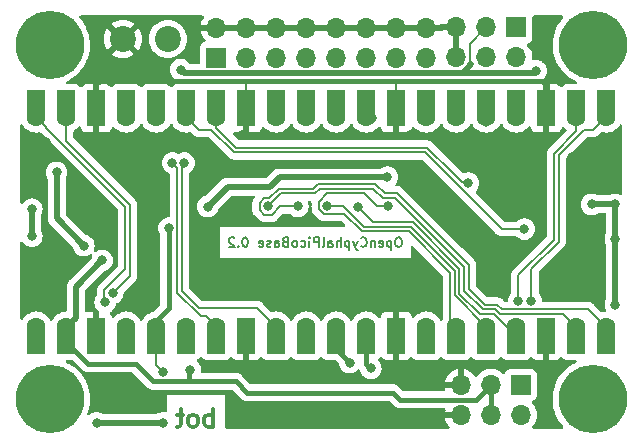
<source format=gbl>
G04 #@! TF.GenerationSoftware,KiCad,Pcbnew,6.0.11-2627ca5db0~126~ubuntu22.04.1*
G04 #@! TF.CreationDate,2023-08-03T02:59:46+02:00*
G04 #@! TF.ProjectId,OpenCyphalPicoBase,4f70656e-4379-4706-9861-6c5069636f42,0.2*
G04 #@! TF.SameCoordinates,Original*
G04 #@! TF.FileFunction,Copper,L2,Bot*
G04 #@! TF.FilePolarity,Positive*
%FSLAX46Y46*%
G04 Gerber Fmt 4.6, Leading zero omitted, Abs format (unit mm)*
G04 Created by KiCad (PCBNEW 6.0.11-2627ca5db0~126~ubuntu22.04.1) date 2023-08-03 02:59:46*
%MOMM*%
%LPD*%
G01*
G04 APERTURE LIST*
%ADD10C,0.200000*%
G04 #@! TA.AperFunction,NonConductor*
%ADD11C,0.200000*%
G04 #@! TD*
%ADD12C,0.375000*%
G04 #@! TA.AperFunction,NonConductor*
%ADD13C,0.375000*%
G04 #@! TD*
G04 #@! TA.AperFunction,ComponentPad*
%ADD14C,5.800000*%
G04 #@! TD*
G04 #@! TA.AperFunction,ComponentPad*
%ADD15R,1.700000X1.700000*%
G04 #@! TD*
G04 #@! TA.AperFunction,ComponentPad*
%ADD16O,1.700000X1.700000*%
G04 #@! TD*
G04 #@! TA.AperFunction,ComponentPad*
%ADD17C,2.200000*%
G04 #@! TD*
G04 #@! TA.AperFunction,SMDPad,CuDef*
%ADD18C,1.600000*%
G04 #@! TD*
G04 #@! TA.AperFunction,SMDPad,CuDef*
%ADD19R,1.524000X2.000000*%
G04 #@! TD*
G04 #@! TA.AperFunction,SMDPad,CuDef*
%ADD20R,1.600000X1.600000*%
G04 #@! TD*
G04 #@! TA.AperFunction,ViaPad*
%ADD21C,0.800000*%
G04 #@! TD*
G04 #@! TA.AperFunction,Conductor*
%ADD22C,0.400000*%
G04 #@! TD*
G04 #@! TA.AperFunction,Conductor*
%ADD23C,0.200000*%
G04 #@! TD*
G04 #@! TA.AperFunction,Conductor*
%ADD24C,0.500000*%
G04 #@! TD*
G04 APERTURE END LIST*
D10*
D11*
X96623809Y-93311904D02*
X96471428Y-93311904D01*
X96395238Y-93350000D01*
X96319047Y-93426190D01*
X96280952Y-93578571D01*
X96280952Y-93845238D01*
X96319047Y-93997619D01*
X96395238Y-94073809D01*
X96471428Y-94111904D01*
X96623809Y-94111904D01*
X96700000Y-94073809D01*
X96776190Y-93997619D01*
X96814285Y-93845238D01*
X96814285Y-93578571D01*
X96776190Y-93426190D01*
X96700000Y-93350000D01*
X96623809Y-93311904D01*
X95938095Y-93578571D02*
X95938095Y-94378571D01*
X95938095Y-93616666D02*
X95861904Y-93578571D01*
X95709523Y-93578571D01*
X95633333Y-93616666D01*
X95595238Y-93654761D01*
X95557142Y-93730952D01*
X95557142Y-93959523D01*
X95595238Y-94035714D01*
X95633333Y-94073809D01*
X95709523Y-94111904D01*
X95861904Y-94111904D01*
X95938095Y-94073809D01*
X94909523Y-94073809D02*
X94985714Y-94111904D01*
X95138095Y-94111904D01*
X95214285Y-94073809D01*
X95252380Y-93997619D01*
X95252380Y-93692857D01*
X95214285Y-93616666D01*
X95138095Y-93578571D01*
X94985714Y-93578571D01*
X94909523Y-93616666D01*
X94871428Y-93692857D01*
X94871428Y-93769047D01*
X95252380Y-93845238D01*
X94528571Y-93578571D02*
X94528571Y-94111904D01*
X94528571Y-93654761D02*
X94490476Y-93616666D01*
X94414285Y-93578571D01*
X94300000Y-93578571D01*
X94223809Y-93616666D01*
X94185714Y-93692857D01*
X94185714Y-94111904D01*
X93347619Y-94035714D02*
X93385714Y-94073809D01*
X93500000Y-94111904D01*
X93576190Y-94111904D01*
X93690476Y-94073809D01*
X93766666Y-93997619D01*
X93804761Y-93921428D01*
X93842857Y-93769047D01*
X93842857Y-93654761D01*
X93804761Y-93502380D01*
X93766666Y-93426190D01*
X93690476Y-93350000D01*
X93576190Y-93311904D01*
X93500000Y-93311904D01*
X93385714Y-93350000D01*
X93347619Y-93388095D01*
X93080952Y-93578571D02*
X92890476Y-94111904D01*
X92700000Y-93578571D02*
X92890476Y-94111904D01*
X92966666Y-94302380D01*
X93004761Y-94340476D01*
X93080952Y-94378571D01*
X92395238Y-93578571D02*
X92395238Y-94378571D01*
X92395238Y-93616666D02*
X92319047Y-93578571D01*
X92166666Y-93578571D01*
X92090476Y-93616666D01*
X92052380Y-93654761D01*
X92014285Y-93730952D01*
X92014285Y-93959523D01*
X92052380Y-94035714D01*
X92090476Y-94073809D01*
X92166666Y-94111904D01*
X92319047Y-94111904D01*
X92395238Y-94073809D01*
X91671428Y-94111904D02*
X91671428Y-93311904D01*
X91328571Y-94111904D02*
X91328571Y-93692857D01*
X91366666Y-93616666D01*
X91442857Y-93578571D01*
X91557142Y-93578571D01*
X91633333Y-93616666D01*
X91671428Y-93654761D01*
X90604761Y-94111904D02*
X90604761Y-93692857D01*
X90642857Y-93616666D01*
X90719047Y-93578571D01*
X90871428Y-93578571D01*
X90947619Y-93616666D01*
X90604761Y-94073809D02*
X90680952Y-94111904D01*
X90871428Y-94111904D01*
X90947619Y-94073809D01*
X90985714Y-93997619D01*
X90985714Y-93921428D01*
X90947619Y-93845238D01*
X90871428Y-93807142D01*
X90680952Y-93807142D01*
X90604761Y-93769047D01*
X90109523Y-94111904D02*
X90185714Y-94073809D01*
X90223809Y-93997619D01*
X90223809Y-93311904D01*
X89804761Y-94111904D02*
X89804761Y-93311904D01*
X89500000Y-93311904D01*
X89423809Y-93350000D01*
X89385714Y-93388095D01*
X89347619Y-93464285D01*
X89347619Y-93578571D01*
X89385714Y-93654761D01*
X89423809Y-93692857D01*
X89500000Y-93730952D01*
X89804761Y-93730952D01*
X89004761Y-94111904D02*
X89004761Y-93578571D01*
X89004761Y-93311904D02*
X89042857Y-93350000D01*
X89004761Y-93388095D01*
X88966666Y-93350000D01*
X89004761Y-93311904D01*
X89004761Y-93388095D01*
X88280952Y-94073809D02*
X88357142Y-94111904D01*
X88509523Y-94111904D01*
X88585714Y-94073809D01*
X88623809Y-94035714D01*
X88661904Y-93959523D01*
X88661904Y-93730952D01*
X88623809Y-93654761D01*
X88585714Y-93616666D01*
X88509523Y-93578571D01*
X88357142Y-93578571D01*
X88280952Y-93616666D01*
X87823809Y-94111904D02*
X87900000Y-94073809D01*
X87938095Y-94035714D01*
X87976190Y-93959523D01*
X87976190Y-93730952D01*
X87938095Y-93654761D01*
X87900000Y-93616666D01*
X87823809Y-93578571D01*
X87709523Y-93578571D01*
X87633333Y-93616666D01*
X87595238Y-93654761D01*
X87557142Y-93730952D01*
X87557142Y-93959523D01*
X87595238Y-94035714D01*
X87633333Y-94073809D01*
X87709523Y-94111904D01*
X87823809Y-94111904D01*
X86947619Y-93692857D02*
X86833333Y-93730952D01*
X86795238Y-93769047D01*
X86757142Y-93845238D01*
X86757142Y-93959523D01*
X86795238Y-94035714D01*
X86833333Y-94073809D01*
X86909523Y-94111904D01*
X87214285Y-94111904D01*
X87214285Y-93311904D01*
X86947619Y-93311904D01*
X86871428Y-93350000D01*
X86833333Y-93388095D01*
X86795238Y-93464285D01*
X86795238Y-93540476D01*
X86833333Y-93616666D01*
X86871428Y-93654761D01*
X86947619Y-93692857D01*
X87214285Y-93692857D01*
X86071428Y-94111904D02*
X86071428Y-93692857D01*
X86109523Y-93616666D01*
X86185714Y-93578571D01*
X86338095Y-93578571D01*
X86414285Y-93616666D01*
X86071428Y-94073809D02*
X86147619Y-94111904D01*
X86338095Y-94111904D01*
X86414285Y-94073809D01*
X86452380Y-93997619D01*
X86452380Y-93921428D01*
X86414285Y-93845238D01*
X86338095Y-93807142D01*
X86147619Y-93807142D01*
X86071428Y-93769047D01*
X85728571Y-94073809D02*
X85652380Y-94111904D01*
X85500000Y-94111904D01*
X85423809Y-94073809D01*
X85385714Y-93997619D01*
X85385714Y-93959523D01*
X85423809Y-93883333D01*
X85500000Y-93845238D01*
X85614285Y-93845238D01*
X85690476Y-93807142D01*
X85728571Y-93730952D01*
X85728571Y-93692857D01*
X85690476Y-93616666D01*
X85614285Y-93578571D01*
X85500000Y-93578571D01*
X85423809Y-93616666D01*
X84738095Y-94073809D02*
X84814285Y-94111904D01*
X84966666Y-94111904D01*
X85042857Y-94073809D01*
X85080952Y-93997619D01*
X85080952Y-93692857D01*
X85042857Y-93616666D01*
X84966666Y-93578571D01*
X84814285Y-93578571D01*
X84738095Y-93616666D01*
X84700000Y-93692857D01*
X84700000Y-93769047D01*
X85080952Y-93845238D01*
X83595238Y-93311904D02*
X83519047Y-93311904D01*
X83442857Y-93350000D01*
X83404761Y-93388095D01*
X83366666Y-93464285D01*
X83328571Y-93616666D01*
X83328571Y-93807142D01*
X83366666Y-93959523D01*
X83404761Y-94035714D01*
X83442857Y-94073809D01*
X83519047Y-94111904D01*
X83595238Y-94111904D01*
X83671428Y-94073809D01*
X83709523Y-94035714D01*
X83747619Y-93959523D01*
X83785714Y-93807142D01*
X83785714Y-93616666D01*
X83747619Y-93464285D01*
X83709523Y-93388095D01*
X83671428Y-93350000D01*
X83595238Y-93311904D01*
X82985714Y-94035714D02*
X82947619Y-94073809D01*
X82985714Y-94111904D01*
X83023809Y-94073809D01*
X82985714Y-94035714D01*
X82985714Y-94111904D01*
X82642857Y-93388095D02*
X82604761Y-93350000D01*
X82528571Y-93311904D01*
X82338095Y-93311904D01*
X82261904Y-93350000D01*
X82223809Y-93388095D01*
X82185714Y-93464285D01*
X82185714Y-93540476D01*
X82223809Y-93654761D01*
X82680952Y-94111904D01*
X82185714Y-94111904D01*
D12*
D13*
X80828571Y-109315021D02*
X80828571Y-107815021D01*
X80828571Y-108386450D02*
X80685714Y-108315021D01*
X80400000Y-108315021D01*
X80257142Y-108386450D01*
X80185714Y-108457878D01*
X80114285Y-108600735D01*
X80114285Y-109029307D01*
X80185714Y-109172164D01*
X80257142Y-109243592D01*
X80400000Y-109315021D01*
X80685714Y-109315021D01*
X80828571Y-109243592D01*
X79257142Y-109315021D02*
X79400000Y-109243592D01*
X79471428Y-109172164D01*
X79542857Y-109029307D01*
X79542857Y-108600735D01*
X79471428Y-108457878D01*
X79400000Y-108386450D01*
X79257142Y-108315021D01*
X79042857Y-108315021D01*
X78900000Y-108386450D01*
X78828571Y-108457878D01*
X78757142Y-108600735D01*
X78757142Y-109029307D01*
X78828571Y-109172164D01*
X78900000Y-109243592D01*
X79042857Y-109315021D01*
X79257142Y-109315021D01*
X78328571Y-108315021D02*
X77757142Y-108315021D01*
X78114285Y-107815021D02*
X78114285Y-109100735D01*
X78042857Y-109243592D01*
X77900000Y-109315021D01*
X77757142Y-109315021D01*
D14*
X67000000Y-77000000D03*
X113000000Y-77000000D03*
X67000000Y-107000000D03*
X113000000Y-107000000D03*
D15*
X106900000Y-105800000D03*
D16*
X106900000Y-108340000D03*
X104360000Y-105800000D03*
X104360000Y-108340000D03*
X101820000Y-105800000D03*
X101820000Y-108340000D03*
D17*
X77005000Y-76500000D03*
X73195000Y-76500000D03*
D15*
X81125000Y-78075000D03*
D16*
X81125000Y-75535000D03*
X83665000Y-78075000D03*
X83665000Y-75535000D03*
X86205000Y-78075000D03*
X86205000Y-75535000D03*
X88745000Y-78075000D03*
X88745000Y-75535000D03*
X91285000Y-78075000D03*
X91285000Y-75535000D03*
X93825000Y-78075000D03*
X93825000Y-75535000D03*
X96365000Y-78075000D03*
X96365000Y-75535000D03*
X98905000Y-78075000D03*
X98905000Y-75535000D03*
D15*
X106525000Y-75525000D03*
D16*
X106525000Y-78065000D03*
X103985000Y-75525000D03*
X103985000Y-78065000D03*
X101445000Y-75525000D03*
X101445000Y-78065000D03*
D18*
X65870000Y-83110000D03*
D19*
X65870000Y-81840000D03*
D18*
X68410000Y-83110000D03*
D19*
X68410000Y-81840000D03*
D20*
X70950000Y-83110000D03*
D19*
X70950000Y-81840000D03*
D18*
X73490000Y-83110000D03*
D19*
X73490000Y-81840000D03*
D18*
X76030000Y-83110000D03*
D19*
X76030000Y-81840000D03*
D18*
X78570000Y-83110000D03*
D19*
X78570000Y-81840000D03*
D18*
X81110000Y-83110000D03*
D19*
X81110000Y-81840000D03*
D20*
X83650000Y-83110000D03*
D19*
X83650000Y-81840000D03*
X86190000Y-81840000D03*
D18*
X86190000Y-83110000D03*
D19*
X88730000Y-81840000D03*
D18*
X88730000Y-83110000D03*
X91270000Y-83110000D03*
D19*
X91270000Y-81840000D03*
X93810000Y-81840000D03*
D18*
X93810000Y-83110000D03*
D20*
X96350000Y-83110000D03*
D19*
X96350000Y-81840000D03*
X98890000Y-81840000D03*
D18*
X98890000Y-83110000D03*
D19*
X101430000Y-81840000D03*
D18*
X101430000Y-83110000D03*
X103970000Y-83110000D03*
D19*
X103970000Y-81840000D03*
X106510000Y-81840000D03*
D18*
X106510000Y-83110000D03*
D19*
X109050000Y-81840000D03*
D20*
X109050000Y-83110000D03*
D18*
X111590000Y-83110000D03*
D19*
X111590000Y-81840000D03*
D18*
X114130000Y-83110000D03*
D19*
X114130000Y-81840000D03*
X114130000Y-102160000D03*
D18*
X114130000Y-100890000D03*
X111590000Y-100890000D03*
D19*
X111590000Y-102160000D03*
X109050000Y-102160000D03*
D20*
X109050000Y-100890000D03*
D19*
X106510000Y-102160000D03*
D18*
X106510000Y-100890000D03*
D19*
X103970000Y-102160000D03*
D18*
X103970000Y-100890000D03*
X101430000Y-100890000D03*
D19*
X101430000Y-102160000D03*
X98890000Y-102160000D03*
D18*
X98890000Y-100890000D03*
D20*
X96350000Y-100890000D03*
D19*
X96350000Y-102160000D03*
D18*
X93810000Y-100890000D03*
D19*
X93810000Y-102160000D03*
D18*
X91270000Y-100890000D03*
D19*
X91270000Y-102160000D03*
D18*
X88730000Y-100890000D03*
D19*
X88730000Y-102160000D03*
X86190000Y-102160000D03*
D18*
X86190000Y-100890000D03*
D20*
X83650000Y-100890000D03*
D19*
X83650000Y-102160000D03*
X81110000Y-102160000D03*
D18*
X81110000Y-100890000D03*
X78570000Y-100890000D03*
D19*
X78570000Y-102160000D03*
D18*
X76030000Y-100890000D03*
D19*
X76030000Y-102160000D03*
D18*
X73490000Y-100890000D03*
D19*
X73490000Y-102160000D03*
D20*
X70950000Y-100890000D03*
D19*
X70950000Y-102160000D03*
X68410000Y-102160000D03*
D18*
X68410000Y-100890000D03*
D19*
X65870000Y-102160000D03*
D18*
X65870000Y-100890000D03*
D21*
X95600000Y-88200000D03*
X76600000Y-104700000D03*
X80390000Y-90690000D03*
X77100000Y-92500000D03*
X67300000Y-98900000D03*
X75900000Y-95800000D03*
X96350000Y-100890000D03*
X81400000Y-96700000D03*
X75800000Y-98500000D03*
X71800000Y-91200000D03*
X112500000Y-98100000D03*
X70700000Y-105300000D03*
X109100000Y-104600000D03*
X83300000Y-84600000D03*
X111200000Y-86500000D03*
X98900000Y-90400000D03*
X87200000Y-91900000D03*
X109200000Y-82100000D03*
X104100000Y-94400000D03*
X72100000Y-86800000D03*
X97500000Y-84600000D03*
X107800000Y-89700000D03*
X66700000Y-85200000D03*
X71000000Y-101000000D03*
X85480000Y-90680000D03*
X95620000Y-90680000D03*
X90490000Y-90610000D03*
X93110000Y-90690000D03*
X88020000Y-90680000D03*
X107800000Y-98690500D03*
X69900000Y-94000000D03*
X67600000Y-87800000D03*
X71450000Y-95250000D03*
X78900000Y-104500000D03*
X108200000Y-79200000D03*
X78100000Y-79100000D03*
X88730000Y-100890000D03*
X98890000Y-100890000D03*
X94200000Y-104400000D03*
X86190000Y-83110000D03*
X71700000Y-98800000D03*
X72350468Y-98041121D03*
X107200000Y-92600000D03*
X102461426Y-88711971D03*
X106700000Y-98690500D03*
X88400000Y-83110000D03*
X91400000Y-83110000D03*
X94300000Y-83200000D03*
X98890000Y-83110000D03*
X101430000Y-83110000D03*
X103970000Y-83500000D03*
X106510000Y-81840000D03*
X92400000Y-103900000D03*
X78400000Y-87000000D03*
X77400497Y-87000000D03*
X114900000Y-99000000D03*
X112900000Y-90500000D03*
X114900000Y-93400000D03*
X114900000Y-90500000D03*
X71000000Y-109000000D03*
X76600000Y-109000000D03*
X65500000Y-90900000D03*
X65500000Y-93200000D03*
D22*
X76030000Y-102160000D02*
X76030000Y-100890000D01*
D23*
X76030000Y-104130000D02*
X76030000Y-102160000D01*
X76600000Y-104700000D02*
X76030000Y-104130000D01*
D22*
X77100000Y-92500000D02*
X77100000Y-99300000D01*
D24*
X94270021Y-88229979D02*
X95570021Y-88229979D01*
X86470021Y-88229979D02*
X94270021Y-88229979D01*
X80390000Y-90690000D02*
X82080000Y-89000000D01*
D22*
X77100000Y-99300000D02*
X76030000Y-100370000D01*
D24*
X82080000Y-89000000D02*
X85700000Y-89000000D01*
X95570021Y-88229979D02*
X95600000Y-88200000D01*
D22*
X76030000Y-100370000D02*
X76030000Y-100890000D01*
D24*
X85700000Y-89000000D02*
X86470021Y-88229979D01*
D22*
X70950000Y-80350000D02*
X70950000Y-81840000D01*
X109100000Y-81552000D02*
X109100000Y-80400000D01*
D23*
X83650000Y-81840000D02*
X83650000Y-80150000D01*
D22*
X71275000Y-80025000D02*
X70950000Y-80350000D01*
X108725000Y-80025000D02*
X96475000Y-80025000D01*
X109050000Y-102160000D02*
X109050000Y-100890000D01*
D23*
X96350000Y-80150000D02*
X96475000Y-80025000D01*
D22*
X96475000Y-80025000D02*
X83525000Y-80025000D01*
D23*
X83650000Y-80150000D02*
X83525000Y-80025000D01*
X96350000Y-81840000D02*
X96350000Y-80150000D01*
D22*
X109100000Y-80400000D02*
X108725000Y-80025000D01*
X109050000Y-81840000D02*
X109050000Y-81602000D01*
X83525000Y-80025000D02*
X71275000Y-80025000D01*
X109050000Y-81602000D02*
X109100000Y-81552000D01*
D23*
X89866310Y-89179989D02*
X89466300Y-89579999D01*
X111590000Y-100890000D02*
X110490000Y-99790000D01*
X105155686Y-99790000D02*
X104755685Y-99389999D01*
X104755685Y-99389999D02*
X103689999Y-99389999D01*
X102100000Y-97800000D02*
X102100000Y-95802944D01*
X103689999Y-99389999D02*
X102100000Y-97800000D01*
X89466300Y-89579999D02*
X86580001Y-89579999D01*
X96277058Y-89980000D02*
X95220022Y-89980000D01*
X94420011Y-89179989D02*
X89866310Y-89179989D01*
X86580001Y-89579999D02*
X85480000Y-90680000D01*
X102100000Y-95802944D02*
X96277058Y-89980000D01*
X95220022Y-89980000D02*
X94420011Y-89179989D01*
D22*
X111590000Y-102160000D02*
X111590000Y-100890000D01*
D23*
X110490000Y-99790000D02*
X105155686Y-99790000D01*
X100900000Y-96300000D02*
X97400010Y-92800010D01*
X97400010Y-92800010D02*
X93434324Y-92800010D01*
X90200050Y-91310000D02*
X89790000Y-90899950D01*
X93628001Y-89579999D02*
X94728002Y-90680000D01*
D22*
X101430000Y-102160000D02*
X101430000Y-100890000D01*
D23*
X91944314Y-91310000D02*
X90200050Y-91310000D01*
X93434324Y-92800010D02*
X91944314Y-91310000D01*
X94728002Y-90680000D02*
X95640000Y-90680000D01*
X100900000Y-100360000D02*
X100900000Y-96300000D01*
X101430000Y-100890000D02*
X100900000Y-100360000D01*
X90530051Y-89579999D02*
X93628001Y-89579999D01*
X89790000Y-90899950D02*
X89790000Y-90320050D01*
X89790000Y-90320050D02*
X90530051Y-89579999D01*
X90490000Y-90610000D02*
X91810000Y-90610000D01*
X97565686Y-92400000D02*
X101300000Y-96134315D01*
X93600000Y-92400000D02*
X97565686Y-92400000D01*
X101300000Y-96134315D02*
X101300000Y-98220000D01*
X91810000Y-90610000D02*
X93600000Y-92400000D01*
D22*
X103970000Y-102160000D02*
X103970000Y-100890000D01*
D23*
X101300000Y-98220000D02*
X103970000Y-100890000D01*
D22*
X106510000Y-102160000D02*
X106510000Y-100890000D01*
D23*
X103441999Y-99789999D02*
X104589999Y-99789999D01*
X105690000Y-100890000D02*
X106510000Y-100890000D01*
X97731362Y-91999990D02*
X101700000Y-95968630D01*
X101700000Y-98054302D02*
X103438848Y-99793150D01*
X103438848Y-99793150D02*
X103441999Y-99789999D01*
X104589999Y-99789999D02*
X105690000Y-100890000D01*
X94419990Y-91999990D02*
X97731362Y-91999990D01*
X101700000Y-95968630D02*
X101700000Y-98054302D01*
X93110000Y-90690000D02*
X94419990Y-91999990D01*
X84780000Y-90390050D02*
X84780000Y-90969950D01*
X95385708Y-89580000D02*
X94585687Y-88779979D01*
X84780000Y-90969950D02*
X85190050Y-91380000D01*
X85820000Y-91380000D02*
X86520000Y-90680000D01*
X102500000Y-95637258D02*
X96442744Y-89580000D01*
X105321372Y-99390000D02*
X104921371Y-98989999D01*
X85614300Y-89980000D02*
X85190050Y-89980000D01*
X96442744Y-89580000D02*
X95385708Y-89580000D01*
X89700621Y-88779979D02*
X89300611Y-89179989D01*
X85190050Y-91380000D02*
X85820000Y-91380000D01*
X112630000Y-99390000D02*
X105321372Y-99390000D01*
X85190050Y-89980000D02*
X84780000Y-90390050D01*
X86414312Y-89179989D02*
X85614300Y-89980000D01*
X89300611Y-89179989D02*
X86414312Y-89179989D01*
X86520000Y-90680000D02*
X88020000Y-90680000D01*
D22*
X114130000Y-102160000D02*
X114130000Y-100890000D01*
D23*
X114130000Y-100890000D02*
X112630000Y-99390000D01*
X104921371Y-98989999D02*
X103855685Y-98989999D01*
X103855685Y-98989999D02*
X102500000Y-97634314D01*
X102500000Y-97634314D02*
X102500000Y-95637258D01*
X94585687Y-88779979D02*
X89700621Y-88779979D01*
X107800000Y-97500000D02*
X107800000Y-98690500D01*
X113040000Y-84200000D02*
X112265686Y-84200000D01*
X107800000Y-95965686D02*
X107800000Y-97500000D01*
D22*
X114130000Y-81840000D02*
X114130000Y-83110000D01*
D23*
X110100000Y-93665686D02*
X107800000Y-95965686D01*
X107800000Y-97500000D02*
X107800000Y-98290499D01*
X112265686Y-84200000D02*
X110100000Y-86365686D01*
X114130000Y-83110000D02*
X113040000Y-84200000D01*
X110100000Y-86365686D02*
X110100000Y-93665686D01*
D24*
X67600000Y-91700000D02*
X67600000Y-87800000D01*
X69900000Y-94000000D02*
X67600000Y-91700000D01*
X101973478Y-79375000D02*
X102715000Y-78633478D01*
X78375000Y-79375000D02*
X78100000Y-79100000D01*
D22*
X74300000Y-104000000D02*
X70250000Y-104000000D01*
D23*
X102595000Y-76915000D02*
X103985000Y-75525000D01*
X102715000Y-78633478D02*
X102595000Y-78753478D01*
D24*
X101275000Y-79375000D02*
X101973478Y-79375000D01*
D22*
X104360000Y-105800000D02*
X104360000Y-108340000D01*
D24*
X79875000Y-79375000D02*
X101275000Y-79375000D01*
D22*
X83750000Y-106450000D02*
X82800000Y-105500000D01*
X78800000Y-105500000D02*
X78800000Y-104600000D01*
X96650000Y-107050000D02*
X103110000Y-107050000D01*
D24*
X68410000Y-100890000D02*
X69209999Y-100090001D01*
X108025000Y-79375000D02*
X108200000Y-79200000D01*
X69209999Y-97490001D02*
X71450000Y-95250000D01*
D22*
X78800000Y-104600000D02*
X78900000Y-104500000D01*
D24*
X69209999Y-100090001D02*
X69209999Y-97490001D01*
D22*
X68410000Y-102160000D02*
X68410000Y-100890000D01*
D24*
X101275000Y-79375000D02*
X108025000Y-79375000D01*
D22*
X75800000Y-105500000D02*
X74300000Y-104000000D01*
D23*
X102595000Y-78753478D02*
X102595000Y-76915000D01*
D22*
X103110000Y-107050000D02*
X104360000Y-105800000D01*
X96050000Y-106450000D02*
X83750000Y-106450000D01*
X96050000Y-106450000D02*
X96650000Y-107050000D01*
X82800000Y-105500000D02*
X78800000Y-105500000D01*
X78800000Y-105500000D02*
X75800000Y-105500000D01*
X70250000Y-104000000D02*
X68410000Y-102160000D01*
D24*
X79875000Y-79375000D02*
X78375000Y-79375000D01*
D22*
X88730000Y-102160000D02*
X88730000Y-100890000D01*
X98890000Y-102160000D02*
X98890000Y-100890000D01*
X93810000Y-102160000D02*
X93810000Y-104010000D01*
X93810000Y-104010000D02*
X94200000Y-104400000D01*
X93810000Y-102160000D02*
X93810000Y-100890000D01*
X86190000Y-81840000D02*
X86190000Y-83110000D01*
D23*
X65870000Y-83110000D02*
X66730000Y-83970000D01*
X73400000Y-96001639D02*
X72200820Y-97200820D01*
X71650468Y-97751172D02*
X72200820Y-97200820D01*
X73400000Y-90700000D02*
X73400000Y-95300000D01*
X71650468Y-98750468D02*
X71650468Y-97751172D01*
X71700000Y-98800000D02*
X71650468Y-98750468D01*
X66730000Y-84030000D02*
X73400000Y-90700000D01*
X66730000Y-83970000D02*
X66730000Y-84030000D01*
X73400000Y-95300000D02*
X73400000Y-96001639D01*
D22*
X65870000Y-83110000D02*
X65870000Y-81840000D01*
D23*
X73800000Y-90534314D02*
X73800000Y-93900000D01*
X73800000Y-95400000D02*
X73800000Y-96591589D01*
X73800000Y-93900000D02*
X73800000Y-95400000D01*
X68410000Y-85144314D02*
X73800000Y-90534314D01*
X73800000Y-96591589D02*
X72350468Y-98041121D01*
X68410000Y-83110000D02*
X68410000Y-85144314D01*
D22*
X68410000Y-81840000D02*
X68410000Y-83110000D01*
D23*
X105300000Y-92600000D02*
X98799980Y-86099980D01*
X98799980Y-86099980D02*
X82634280Y-86099980D01*
X79630000Y-84170000D02*
X78570000Y-83110000D01*
D22*
X78570000Y-81840000D02*
X78570000Y-83110000D01*
D23*
X82634280Y-86099980D02*
X80704302Y-84170000D01*
X107200000Y-92600000D02*
X105300000Y-92600000D01*
X80704302Y-84170000D02*
X79630000Y-84170000D01*
X101882843Y-88617157D02*
X101132843Y-87867157D01*
X98965656Y-85699970D02*
X82799970Y-85699970D01*
D22*
X81110000Y-81840000D02*
X81110000Y-83110000D01*
D23*
X82799970Y-85699970D02*
X81110000Y-84010000D01*
X102366612Y-88617157D02*
X101882843Y-88617157D01*
X101132843Y-87867157D02*
X98965656Y-85699970D01*
X81110000Y-84010000D02*
X81110000Y-83110000D01*
X102461426Y-88711971D02*
X102366612Y-88617157D01*
X111590000Y-83110000D02*
X111590000Y-84310000D01*
X106700000Y-96500000D02*
X106700000Y-97600000D01*
X109700000Y-86200000D02*
X109700000Y-93500000D01*
X111590000Y-84310000D02*
X109700000Y-86200000D01*
X109700000Y-93500000D02*
X106700000Y-96500000D01*
D22*
X111590000Y-81840000D02*
X111590000Y-83110000D01*
D23*
X106700000Y-97600000D02*
X106700000Y-98690500D01*
X106700000Y-97600000D02*
X106700000Y-98290499D01*
D22*
X88730000Y-81840000D02*
X88730000Y-83110000D01*
X91270000Y-81840000D02*
X91270000Y-83110000D01*
X93810000Y-81840000D02*
X93810000Y-83110000D01*
X98890000Y-81840000D02*
X98890000Y-83110000D01*
X101430000Y-81840000D02*
X101430000Y-83110000D01*
X103970000Y-81840000D02*
X103970000Y-83110000D01*
X106510000Y-83110000D02*
X106510000Y-81840000D01*
X91270000Y-102160000D02*
X91270000Y-102770000D01*
X91270000Y-102770000D02*
X92400000Y-103900000D01*
X91270000Y-102160000D02*
X91270000Y-100890000D01*
D23*
X78200000Y-87200000D02*
X78200000Y-97834314D01*
X84582843Y-99317157D02*
X84600000Y-99300000D01*
X78400000Y-87000000D02*
X78200000Y-87200000D01*
X79682843Y-99317157D02*
X84582843Y-99317157D01*
X78200000Y-97834314D02*
X79682843Y-99317157D01*
D22*
X86190000Y-102160000D02*
X86190000Y-100890000D01*
D23*
X84600000Y-99300000D02*
X86190000Y-100890000D01*
X79800000Y-100000000D02*
X80220000Y-100000000D01*
X80220000Y-100000000D02*
X81110000Y-100890000D01*
X77800000Y-87399503D02*
X77800000Y-98000000D01*
D22*
X81110000Y-102160000D02*
X81110000Y-100890000D01*
D23*
X77800000Y-98000000D02*
X79800000Y-100000000D01*
X77400497Y-87000000D02*
X77800000Y-87399503D01*
D22*
X65870000Y-102160000D02*
X65870000Y-100890000D01*
X73490000Y-102160000D02*
X73490000Y-100890000D01*
X78570000Y-102160000D02*
X78570000Y-100890000D01*
X76030000Y-81840000D02*
X76030000Y-83110000D01*
X73490000Y-81840000D02*
X73490000Y-83110000D01*
D24*
X112900000Y-90500000D02*
X114900000Y-90500000D01*
X114900000Y-93400000D02*
X114900000Y-99000000D01*
X114900000Y-90500000D02*
X114900000Y-93400000D01*
X71000000Y-109000000D02*
X76600000Y-109000000D01*
X65500000Y-90900000D02*
X65500000Y-93200000D01*
G04 #@! TA.AperFunction,Conductor*
G36*
X80010918Y-74528502D02*
G01*
X80057411Y-74582158D01*
X80067515Y-74652432D01*
X80046885Y-74705505D01*
X79943095Y-74857655D01*
X79938000Y-74866623D01*
X79848338Y-75059783D01*
X79844775Y-75069470D01*
X79789389Y-75269183D01*
X79790912Y-75277607D01*
X79803292Y-75281000D01*
X100028885Y-75281000D01*
X100045559Y-75276104D01*
X100081057Y-75271000D01*
X101573000Y-75271000D01*
X101641121Y-75291002D01*
X101687614Y-75344658D01*
X101699000Y-75397000D01*
X101699000Y-78193000D01*
X101678998Y-78261121D01*
X101625342Y-78307614D01*
X101573000Y-78319000D01*
X101317000Y-78319000D01*
X101248879Y-78298998D01*
X101202386Y-78245342D01*
X101191000Y-78193000D01*
X101191000Y-75797115D01*
X101186525Y-75781876D01*
X101185135Y-75780671D01*
X101177452Y-75779000D01*
X100321115Y-75779000D01*
X100304441Y-75783896D01*
X100268943Y-75789000D01*
X79808225Y-75789000D01*
X79794694Y-75792973D01*
X79793257Y-75802966D01*
X79823565Y-75937446D01*
X79826645Y-75947275D01*
X79906770Y-76144603D01*
X79911413Y-76153794D01*
X80022694Y-76335388D01*
X80028777Y-76343699D01*
X80168213Y-76504667D01*
X80175577Y-76511879D01*
X80180522Y-76515985D01*
X80220156Y-76574889D01*
X80221653Y-76645870D01*
X80184537Y-76706392D01*
X80144264Y-76730910D01*
X80036705Y-76771232D01*
X80036704Y-76771233D01*
X80028295Y-76774385D01*
X79911739Y-76861739D01*
X79824385Y-76978295D01*
X79773255Y-77114684D01*
X79766500Y-77176866D01*
X79766500Y-78490500D01*
X79746498Y-78558621D01*
X79692842Y-78605114D01*
X79640500Y-78616500D01*
X78941216Y-78616500D01*
X78873095Y-78596498D01*
X78840663Y-78565867D01*
X78839040Y-78563056D01*
X78829698Y-78552680D01*
X78715675Y-78426045D01*
X78715674Y-78426044D01*
X78711253Y-78421134D01*
X78556752Y-78308882D01*
X78550724Y-78306198D01*
X78550722Y-78306197D01*
X78388319Y-78233891D01*
X78388318Y-78233891D01*
X78382288Y-78231206D01*
X78288888Y-78211353D01*
X78201944Y-78192872D01*
X78201939Y-78192872D01*
X78195487Y-78191500D01*
X78004513Y-78191500D01*
X77998061Y-78192872D01*
X77998056Y-78192872D01*
X77911112Y-78211353D01*
X77817712Y-78231206D01*
X77811682Y-78233891D01*
X77811681Y-78233891D01*
X77649278Y-78306197D01*
X77649276Y-78306198D01*
X77643248Y-78308882D01*
X77488747Y-78421134D01*
X77484326Y-78426044D01*
X77484325Y-78426045D01*
X77370303Y-78552680D01*
X77360960Y-78563056D01*
X77265473Y-78728444D01*
X77206458Y-78910072D01*
X77205768Y-78916633D01*
X77205768Y-78916635D01*
X77195948Y-79010072D01*
X77186496Y-79100000D01*
X77206458Y-79289928D01*
X77265473Y-79471556D01*
X77268776Y-79477278D01*
X77268777Y-79477279D01*
X77288011Y-79510593D01*
X77360960Y-79636944D01*
X77488747Y-79778866D01*
X77570567Y-79838312D01*
X77626385Y-79878866D01*
X77643248Y-79891118D01*
X77649276Y-79893802D01*
X77649278Y-79893803D01*
X77811681Y-79966109D01*
X77817712Y-79968794D01*
X77900973Y-79986492D01*
X77944688Y-80004914D01*
X77945704Y-80005592D01*
X77951285Y-80010333D01*
X77957804Y-80013662D01*
X77962851Y-80017028D01*
X77967977Y-80020193D01*
X77973716Y-80024734D01*
X78039875Y-80055655D01*
X78043775Y-80057561D01*
X78108808Y-80090769D01*
X78108224Y-80091912D01*
X78159063Y-80129895D01*
X78183937Y-80196391D01*
X78168912Y-80265780D01*
X78118758Y-80316030D01*
X78058267Y-80331500D01*
X77759866Y-80331500D01*
X77697684Y-80338255D01*
X77561295Y-80389385D01*
X77444739Y-80476739D01*
X77439359Y-80483918D01*
X77439358Y-80483919D01*
X77400826Y-80535332D01*
X77343967Y-80577847D01*
X77273148Y-80582873D01*
X77210855Y-80548813D01*
X77199174Y-80535332D01*
X77160642Y-80483919D01*
X77160641Y-80483918D01*
X77155261Y-80476739D01*
X77038705Y-80389385D01*
X76902316Y-80338255D01*
X76840134Y-80331500D01*
X75219866Y-80331500D01*
X75157684Y-80338255D01*
X75021295Y-80389385D01*
X74904739Y-80476739D01*
X74899359Y-80483918D01*
X74899358Y-80483919D01*
X74860826Y-80535332D01*
X74803967Y-80577847D01*
X74733148Y-80582873D01*
X74670855Y-80548813D01*
X74659174Y-80535332D01*
X74620642Y-80483919D01*
X74620641Y-80483918D01*
X74615261Y-80476739D01*
X74498705Y-80389385D01*
X74362316Y-80338255D01*
X74300134Y-80331500D01*
X72679866Y-80331500D01*
X72617684Y-80338255D01*
X72481295Y-80389385D01*
X72364739Y-80476739D01*
X72320513Y-80535749D01*
X72263656Y-80578264D01*
X72192837Y-80583290D01*
X72130544Y-80549230D01*
X72118862Y-80535749D01*
X72080285Y-80484276D01*
X72067724Y-80471715D01*
X71965649Y-80395214D01*
X71950054Y-80386676D01*
X71829606Y-80341522D01*
X71814351Y-80337895D01*
X71763486Y-80332369D01*
X71756672Y-80332000D01*
X71222115Y-80332000D01*
X71206876Y-80336475D01*
X71205671Y-80337865D01*
X71204000Y-80345548D01*
X71204000Y-84399884D01*
X71208475Y-84415123D01*
X71209865Y-84416328D01*
X71217548Y-84417999D01*
X71794669Y-84417999D01*
X71801490Y-84417629D01*
X71852352Y-84412105D01*
X71867604Y-84408479D01*
X71988054Y-84363324D01*
X72003649Y-84354786D01*
X72105724Y-84278285D01*
X72118285Y-84265724D01*
X72194786Y-84163649D01*
X72203324Y-84148054D01*
X72248478Y-84027606D01*
X72252104Y-84012357D01*
X72252479Y-84008904D01*
X72253522Y-84006394D01*
X72253932Y-84004669D01*
X72254211Y-84004735D01*
X72279719Y-83943341D01*
X72338080Y-83902912D01*
X72409034Y-83900454D01*
X72470054Y-83936747D01*
X72479344Y-83948240D01*
X72480641Y-83949786D01*
X72483802Y-83954300D01*
X72645700Y-84116198D01*
X72650208Y-84119355D01*
X72650211Y-84119357D01*
X72691195Y-84148054D01*
X72833251Y-84247523D01*
X72838233Y-84249846D01*
X72838238Y-84249849D01*
X73035775Y-84341961D01*
X73040757Y-84344284D01*
X73046065Y-84345706D01*
X73046067Y-84345707D01*
X73256598Y-84402119D01*
X73256600Y-84402119D01*
X73261913Y-84403543D01*
X73490000Y-84423498D01*
X73718087Y-84403543D01*
X73723400Y-84402119D01*
X73723402Y-84402119D01*
X73933933Y-84345707D01*
X73933935Y-84345706D01*
X73939243Y-84344284D01*
X73944225Y-84341961D01*
X74141762Y-84249849D01*
X74141767Y-84249846D01*
X74146749Y-84247523D01*
X74288805Y-84148054D01*
X74329789Y-84119357D01*
X74329792Y-84119355D01*
X74334300Y-84116198D01*
X74496198Y-83954300D01*
X74500442Y-83948240D01*
X74571682Y-83846498D01*
X74627523Y-83766749D01*
X74629846Y-83761767D01*
X74629849Y-83761762D01*
X74645805Y-83727543D01*
X74692722Y-83674258D01*
X74760999Y-83654797D01*
X74828959Y-83675339D01*
X74874195Y-83727543D01*
X74890151Y-83761762D01*
X74890154Y-83761767D01*
X74892477Y-83766749D01*
X74948318Y-83846498D01*
X75019559Y-83948240D01*
X75023802Y-83954300D01*
X75185700Y-84116198D01*
X75190208Y-84119355D01*
X75190211Y-84119357D01*
X75231195Y-84148054D01*
X75373251Y-84247523D01*
X75378233Y-84249846D01*
X75378238Y-84249849D01*
X75575775Y-84341961D01*
X75580757Y-84344284D01*
X75586065Y-84345706D01*
X75586067Y-84345707D01*
X75796598Y-84402119D01*
X75796600Y-84402119D01*
X75801913Y-84403543D01*
X76030000Y-84423498D01*
X76258087Y-84403543D01*
X76263400Y-84402119D01*
X76263402Y-84402119D01*
X76473933Y-84345707D01*
X76473935Y-84345706D01*
X76479243Y-84344284D01*
X76484225Y-84341961D01*
X76681762Y-84249849D01*
X76681767Y-84249846D01*
X76686749Y-84247523D01*
X76828805Y-84148054D01*
X76869789Y-84119357D01*
X76869792Y-84119355D01*
X76874300Y-84116198D01*
X77036198Y-83954300D01*
X77040442Y-83948240D01*
X77111682Y-83846498D01*
X77167523Y-83766749D01*
X77169846Y-83761767D01*
X77169849Y-83761762D01*
X77185805Y-83727543D01*
X77232722Y-83674258D01*
X77300999Y-83654797D01*
X77368959Y-83675339D01*
X77414195Y-83727543D01*
X77430151Y-83761762D01*
X77430154Y-83761767D01*
X77432477Y-83766749D01*
X77488318Y-83846498D01*
X77559559Y-83948240D01*
X77563802Y-83954300D01*
X77725700Y-84116198D01*
X77730208Y-84119355D01*
X77730211Y-84119357D01*
X77771195Y-84148054D01*
X77913251Y-84247523D01*
X77918233Y-84249846D01*
X77918238Y-84249849D01*
X78115775Y-84341961D01*
X78120757Y-84344284D01*
X78126065Y-84345706D01*
X78126067Y-84345707D01*
X78336598Y-84402119D01*
X78336600Y-84402119D01*
X78341913Y-84403543D01*
X78570000Y-84423498D01*
X78798087Y-84403543D01*
X78803400Y-84402119D01*
X78803402Y-84402119D01*
X78889426Y-84379069D01*
X78960403Y-84380759D01*
X79011132Y-84411681D01*
X79165685Y-84566234D01*
X79176552Y-84578625D01*
X79196013Y-84603987D01*
X79220133Y-84622495D01*
X79227913Y-84628465D01*
X79227928Y-84628477D01*
X79241662Y-84639015D01*
X79247834Y-84643751D01*
X79323125Y-84701524D01*
X79471150Y-84762838D01*
X79590115Y-84778500D01*
X79590120Y-84778500D01*
X79590129Y-84778501D01*
X79621812Y-84782672D01*
X79630000Y-84783750D01*
X79661693Y-84779578D01*
X79678136Y-84778500D01*
X80400063Y-84778500D01*
X80468184Y-84798502D01*
X80489158Y-84815405D01*
X82169959Y-86496207D01*
X82180828Y-86508599D01*
X82200293Y-86533967D01*
X82232205Y-86558454D01*
X82232208Y-86558457D01*
X82295682Y-86607162D01*
X82327405Y-86631504D01*
X82475430Y-86692818D01*
X82594395Y-86708480D01*
X82594399Y-86708480D01*
X82594407Y-86708481D01*
X82626090Y-86712652D01*
X82626091Y-86712652D01*
X82634279Y-86713730D01*
X82665972Y-86709558D01*
X82682415Y-86708480D01*
X98495741Y-86708480D01*
X98563862Y-86728482D01*
X98584836Y-86745385D01*
X104835685Y-92996234D01*
X104846552Y-93008625D01*
X104866013Y-93033987D01*
X104872563Y-93039013D01*
X104897921Y-93058471D01*
X104897928Y-93058477D01*
X104940965Y-93091500D01*
X104993125Y-93131524D01*
X105141150Y-93192838D01*
X105260115Y-93208500D01*
X105260120Y-93208500D01*
X105260129Y-93208501D01*
X105291812Y-93212672D01*
X105300000Y-93213750D01*
X105331693Y-93209578D01*
X105348136Y-93208500D01*
X106469290Y-93208500D01*
X106537411Y-93228502D01*
X106562926Y-93250189D01*
X106588747Y-93278866D01*
X106743248Y-93391118D01*
X106749276Y-93393802D01*
X106749278Y-93393803D01*
X106904824Y-93463056D01*
X106917712Y-93468794D01*
X107011113Y-93488647D01*
X107098056Y-93507128D01*
X107098061Y-93507128D01*
X107104513Y-93508500D01*
X107295487Y-93508500D01*
X107301939Y-93507128D01*
X107301944Y-93507128D01*
X107388887Y-93488647D01*
X107482288Y-93468794D01*
X107495176Y-93463056D01*
X107650722Y-93393803D01*
X107650724Y-93393802D01*
X107656752Y-93391118D01*
X107811253Y-93278866D01*
X107876353Y-93206565D01*
X107934621Y-93141852D01*
X107934622Y-93141851D01*
X107939040Y-93136944D01*
X108034527Y-92971556D01*
X108093542Y-92789928D01*
X108103393Y-92696206D01*
X108112814Y-92606565D01*
X108113504Y-92600000D01*
X108097442Y-92447179D01*
X108094232Y-92416635D01*
X108094232Y-92416633D01*
X108093542Y-92410072D01*
X108034527Y-92228444D01*
X108006847Y-92180500D01*
X107997314Y-92163990D01*
X107939040Y-92063056D01*
X107920025Y-92041937D01*
X107815675Y-91926045D01*
X107815674Y-91926044D01*
X107811253Y-91921134D01*
X107680375Y-91826045D01*
X107662094Y-91812763D01*
X107662093Y-91812762D01*
X107656752Y-91808882D01*
X107650724Y-91806198D01*
X107650722Y-91806197D01*
X107488319Y-91733891D01*
X107488318Y-91733891D01*
X107482288Y-91731206D01*
X107388888Y-91711353D01*
X107301944Y-91692872D01*
X107301939Y-91692872D01*
X107295487Y-91691500D01*
X107104513Y-91691500D01*
X107098061Y-91692872D01*
X107098056Y-91692872D01*
X107011112Y-91711353D01*
X106917712Y-91731206D01*
X106911682Y-91733891D01*
X106911681Y-91733891D01*
X106749278Y-91806197D01*
X106749276Y-91806198D01*
X106743248Y-91808882D01*
X106737907Y-91812762D01*
X106737906Y-91812763D01*
X106661224Y-91868476D01*
X106588747Y-91921134D01*
X106584334Y-91926036D01*
X106584332Y-91926037D01*
X106562926Y-91949811D01*
X106502480Y-91987050D01*
X106469290Y-91991500D01*
X105604239Y-91991500D01*
X105536118Y-91971498D01*
X105515144Y-91954595D01*
X103099759Y-89539210D01*
X103065733Y-89476898D01*
X103070798Y-89406083D01*
X103095218Y-89365805D01*
X103196047Y-89253823D01*
X103196048Y-89253822D01*
X103200466Y-89248915D01*
X103295953Y-89083527D01*
X103354968Y-88901899D01*
X103374930Y-88711971D01*
X103374240Y-88705406D01*
X103355658Y-88528606D01*
X103355658Y-88528604D01*
X103354968Y-88522043D01*
X103295953Y-88340415D01*
X103279894Y-88312599D01*
X103236131Y-88236801D01*
X103200466Y-88175027D01*
X103072679Y-88033105D01*
X102918178Y-87920853D01*
X102912150Y-87918169D01*
X102912148Y-87918168D01*
X102749745Y-87845862D01*
X102749744Y-87845862D01*
X102743714Y-87843177D01*
X102645280Y-87822254D01*
X102563370Y-87804843D01*
X102563365Y-87804843D01*
X102556913Y-87803471D01*
X102365939Y-87803471D01*
X102359487Y-87804843D01*
X102359482Y-87804843D01*
X102277572Y-87822254D01*
X102179138Y-87843177D01*
X102173109Y-87845862D01*
X102173107Y-87845862D01*
X102139919Y-87860639D01*
X102121602Y-87868794D01*
X102113132Y-87872565D01*
X102042765Y-87881999D01*
X101978468Y-87851893D01*
X101972788Y-87846553D01*
X99429971Y-85303736D01*
X99419104Y-85291345D01*
X99404669Y-85272533D01*
X99399643Y-85265983D01*
X99367731Y-85241496D01*
X99367728Y-85241493D01*
X99272532Y-85168446D01*
X99124507Y-85107132D01*
X99116320Y-85106054D01*
X99116319Y-85106054D01*
X99105114Y-85104579D01*
X99073918Y-85100472D01*
X99005541Y-85091470D01*
X99005538Y-85091470D01*
X99005530Y-85091469D01*
X98973845Y-85087298D01*
X98965656Y-85086220D01*
X98933963Y-85090392D01*
X98917520Y-85091470D01*
X83104209Y-85091470D01*
X83036088Y-85071468D01*
X83015114Y-85054565D01*
X82562332Y-84601783D01*
X82528306Y-84539471D01*
X82533371Y-84468656D01*
X82575918Y-84411820D01*
X82642438Y-84387009D01*
X82695657Y-84394706D01*
X82732394Y-84408478D01*
X82747649Y-84412105D01*
X82798514Y-84417631D01*
X82805328Y-84418000D01*
X83377885Y-84418000D01*
X83393124Y-84413525D01*
X83394329Y-84412135D01*
X83396000Y-84404452D01*
X83396000Y-81712000D01*
X83416002Y-81643879D01*
X83469658Y-81597386D01*
X83522000Y-81586000D01*
X83778000Y-81586000D01*
X83846121Y-81606002D01*
X83892614Y-81659658D01*
X83904000Y-81712000D01*
X83904000Y-84399884D01*
X83908475Y-84415123D01*
X83909865Y-84416328D01*
X83917548Y-84417999D01*
X84494669Y-84417999D01*
X84501490Y-84417629D01*
X84552352Y-84412105D01*
X84567604Y-84408479D01*
X84688054Y-84363324D01*
X84703649Y-84354786D01*
X84805724Y-84278285D01*
X84818285Y-84265724D01*
X84894786Y-84163649D01*
X84903324Y-84148054D01*
X84948478Y-84027606D01*
X84952104Y-84012357D01*
X84952479Y-84008904D01*
X84953522Y-84006394D01*
X84953932Y-84004669D01*
X84954211Y-84004735D01*
X84979719Y-83943341D01*
X85038080Y-83902912D01*
X85109034Y-83900454D01*
X85170054Y-83936747D01*
X85179344Y-83948240D01*
X85180641Y-83949786D01*
X85183802Y-83954300D01*
X85345700Y-84116198D01*
X85350208Y-84119355D01*
X85350211Y-84119357D01*
X85391195Y-84148054D01*
X85533251Y-84247523D01*
X85538233Y-84249846D01*
X85538238Y-84249849D01*
X85735775Y-84341961D01*
X85740757Y-84344284D01*
X85746065Y-84345706D01*
X85746067Y-84345707D01*
X85956598Y-84402119D01*
X85956600Y-84402119D01*
X85961913Y-84403543D01*
X86190000Y-84423498D01*
X86418087Y-84403543D01*
X86423400Y-84402119D01*
X86423402Y-84402119D01*
X86633933Y-84345707D01*
X86633935Y-84345706D01*
X86639243Y-84344284D01*
X86644225Y-84341961D01*
X86841762Y-84249849D01*
X86841767Y-84249846D01*
X86846749Y-84247523D01*
X86988805Y-84148054D01*
X87029789Y-84119357D01*
X87029792Y-84119355D01*
X87034300Y-84116198D01*
X87196198Y-83954300D01*
X87200442Y-83948240D01*
X87271682Y-83846498D01*
X87327523Y-83766749D01*
X87329846Y-83761767D01*
X87329849Y-83761762D01*
X87345805Y-83727543D01*
X87392722Y-83674258D01*
X87460999Y-83654797D01*
X87528959Y-83675339D01*
X87574195Y-83727543D01*
X87590151Y-83761762D01*
X87590154Y-83761767D01*
X87592477Y-83766749D01*
X87648318Y-83846498D01*
X87719559Y-83948240D01*
X87723802Y-83954300D01*
X87885700Y-84116198D01*
X87890208Y-84119355D01*
X87890211Y-84119357D01*
X87931195Y-84148054D01*
X88073251Y-84247523D01*
X88078233Y-84249846D01*
X88078238Y-84249849D01*
X88275775Y-84341961D01*
X88280757Y-84344284D01*
X88286065Y-84345706D01*
X88286067Y-84345707D01*
X88496598Y-84402119D01*
X88496600Y-84402119D01*
X88501913Y-84403543D01*
X88730000Y-84423498D01*
X88958087Y-84403543D01*
X88963400Y-84402119D01*
X88963402Y-84402119D01*
X89173933Y-84345707D01*
X89173935Y-84345706D01*
X89179243Y-84344284D01*
X89184225Y-84341961D01*
X89381762Y-84249849D01*
X89381767Y-84249846D01*
X89386749Y-84247523D01*
X89528805Y-84148054D01*
X89569789Y-84119357D01*
X89569792Y-84119355D01*
X89574300Y-84116198D01*
X89736198Y-83954300D01*
X89740442Y-83948240D01*
X89811682Y-83846498D01*
X89867523Y-83766749D01*
X89869846Y-83761767D01*
X89869849Y-83761762D01*
X89885805Y-83727543D01*
X89932722Y-83674258D01*
X90000999Y-83654797D01*
X90068959Y-83675339D01*
X90114195Y-83727543D01*
X90130151Y-83761762D01*
X90130154Y-83761767D01*
X90132477Y-83766749D01*
X90188318Y-83846498D01*
X90259559Y-83948240D01*
X90263802Y-83954300D01*
X90425700Y-84116198D01*
X90430208Y-84119355D01*
X90430211Y-84119357D01*
X90471195Y-84148054D01*
X90613251Y-84247523D01*
X90618233Y-84249846D01*
X90618238Y-84249849D01*
X90815775Y-84341961D01*
X90820757Y-84344284D01*
X90826065Y-84345706D01*
X90826067Y-84345707D01*
X91036598Y-84402119D01*
X91036600Y-84402119D01*
X91041913Y-84403543D01*
X91270000Y-84423498D01*
X91498087Y-84403543D01*
X91503400Y-84402119D01*
X91503402Y-84402119D01*
X91713933Y-84345707D01*
X91713935Y-84345706D01*
X91719243Y-84344284D01*
X91724225Y-84341961D01*
X91921762Y-84249849D01*
X91921767Y-84249846D01*
X91926749Y-84247523D01*
X92068805Y-84148054D01*
X92109789Y-84119357D01*
X92109792Y-84119355D01*
X92114300Y-84116198D01*
X92276198Y-83954300D01*
X92280442Y-83948240D01*
X92351682Y-83846498D01*
X92407523Y-83766749D01*
X92409846Y-83761767D01*
X92409849Y-83761762D01*
X92425805Y-83727543D01*
X92472722Y-83674258D01*
X92540999Y-83654797D01*
X92608959Y-83675339D01*
X92654195Y-83727543D01*
X92670151Y-83761762D01*
X92670154Y-83761767D01*
X92672477Y-83766749D01*
X92728318Y-83846498D01*
X92799559Y-83948240D01*
X92803802Y-83954300D01*
X92965700Y-84116198D01*
X92970208Y-84119355D01*
X92970211Y-84119357D01*
X93011195Y-84148054D01*
X93153251Y-84247523D01*
X93158233Y-84249846D01*
X93158238Y-84249849D01*
X93355775Y-84341961D01*
X93360757Y-84344284D01*
X93366065Y-84345706D01*
X93366067Y-84345707D01*
X93576598Y-84402119D01*
X93576600Y-84402119D01*
X93581913Y-84403543D01*
X93810000Y-84423498D01*
X94038087Y-84403543D01*
X94043400Y-84402119D01*
X94043402Y-84402119D01*
X94253933Y-84345707D01*
X94253935Y-84345706D01*
X94259243Y-84344284D01*
X94264225Y-84341961D01*
X94461762Y-84249849D01*
X94461767Y-84249846D01*
X94466749Y-84247523D01*
X94608805Y-84148054D01*
X94649789Y-84119357D01*
X94649792Y-84119355D01*
X94654300Y-84116198D01*
X94816198Y-83954300D01*
X94818829Y-83950542D01*
X94840814Y-83930043D01*
X94848616Y-83924374D01*
X94915486Y-83900520D01*
X94984636Y-83916605D01*
X95034113Y-83967522D01*
X95045514Y-84004800D01*
X95046068Y-84004668D01*
X95051521Y-84027604D01*
X95096676Y-84148054D01*
X95105214Y-84163649D01*
X95181715Y-84265724D01*
X95194276Y-84278285D01*
X95296351Y-84354786D01*
X95311946Y-84363324D01*
X95432394Y-84408478D01*
X95447649Y-84412105D01*
X95498514Y-84417631D01*
X95505328Y-84418000D01*
X96077885Y-84418000D01*
X96093124Y-84413525D01*
X96094329Y-84412135D01*
X96096000Y-84404452D01*
X96096000Y-81712000D01*
X96116002Y-81643879D01*
X96169658Y-81597386D01*
X96222000Y-81586000D01*
X96478000Y-81586000D01*
X96546121Y-81606002D01*
X96592614Y-81659658D01*
X96604000Y-81712000D01*
X96604000Y-84399884D01*
X96608475Y-84415123D01*
X96609865Y-84416328D01*
X96617548Y-84417999D01*
X97194669Y-84417999D01*
X97201490Y-84417629D01*
X97252352Y-84412105D01*
X97267604Y-84408479D01*
X97388054Y-84363324D01*
X97403649Y-84354786D01*
X97505724Y-84278285D01*
X97518285Y-84265724D01*
X97594786Y-84163649D01*
X97603324Y-84148054D01*
X97648478Y-84027606D01*
X97652104Y-84012357D01*
X97652479Y-84008904D01*
X97653522Y-84006394D01*
X97653932Y-84004669D01*
X97654211Y-84004735D01*
X97679719Y-83943341D01*
X97738080Y-83902912D01*
X97809034Y-83900454D01*
X97870054Y-83936747D01*
X97879344Y-83948240D01*
X97880641Y-83949786D01*
X97883802Y-83954300D01*
X98045700Y-84116198D01*
X98050208Y-84119355D01*
X98050211Y-84119357D01*
X98091195Y-84148054D01*
X98233251Y-84247523D01*
X98238233Y-84249846D01*
X98238238Y-84249849D01*
X98435775Y-84341961D01*
X98440757Y-84344284D01*
X98446065Y-84345706D01*
X98446067Y-84345707D01*
X98656598Y-84402119D01*
X98656600Y-84402119D01*
X98661913Y-84403543D01*
X98890000Y-84423498D01*
X99118087Y-84403543D01*
X99123400Y-84402119D01*
X99123402Y-84402119D01*
X99333933Y-84345707D01*
X99333935Y-84345706D01*
X99339243Y-84344284D01*
X99344225Y-84341961D01*
X99541762Y-84249849D01*
X99541767Y-84249846D01*
X99546749Y-84247523D01*
X99688805Y-84148054D01*
X99729789Y-84119357D01*
X99729792Y-84119355D01*
X99734300Y-84116198D01*
X99896198Y-83954300D01*
X99900442Y-83948240D01*
X99971682Y-83846498D01*
X100027523Y-83766749D01*
X100029846Y-83761767D01*
X100029849Y-83761762D01*
X100045805Y-83727543D01*
X100092722Y-83674258D01*
X100160999Y-83654797D01*
X100228959Y-83675339D01*
X100274195Y-83727543D01*
X100290151Y-83761762D01*
X100290154Y-83761767D01*
X100292477Y-83766749D01*
X100348318Y-83846498D01*
X100419559Y-83948240D01*
X100423802Y-83954300D01*
X100585700Y-84116198D01*
X100590208Y-84119355D01*
X100590211Y-84119357D01*
X100631195Y-84148054D01*
X100773251Y-84247523D01*
X100778233Y-84249846D01*
X100778238Y-84249849D01*
X100975775Y-84341961D01*
X100980757Y-84344284D01*
X100986065Y-84345706D01*
X100986067Y-84345707D01*
X101196598Y-84402119D01*
X101196600Y-84402119D01*
X101201913Y-84403543D01*
X101430000Y-84423498D01*
X101658087Y-84403543D01*
X101663400Y-84402119D01*
X101663402Y-84402119D01*
X101873933Y-84345707D01*
X101873935Y-84345706D01*
X101879243Y-84344284D01*
X101884225Y-84341961D01*
X102081762Y-84249849D01*
X102081767Y-84249846D01*
X102086749Y-84247523D01*
X102228805Y-84148054D01*
X102269789Y-84119357D01*
X102269792Y-84119355D01*
X102274300Y-84116198D01*
X102436198Y-83954300D01*
X102440442Y-83948240D01*
X102511682Y-83846498D01*
X102567523Y-83766749D01*
X102569846Y-83761767D01*
X102569849Y-83761762D01*
X102585805Y-83727543D01*
X102632722Y-83674258D01*
X102700999Y-83654797D01*
X102768959Y-83675339D01*
X102814195Y-83727543D01*
X102830151Y-83761762D01*
X102830154Y-83761767D01*
X102832477Y-83766749D01*
X102888318Y-83846498D01*
X102959559Y-83948240D01*
X102963802Y-83954300D01*
X103125700Y-84116198D01*
X103130208Y-84119355D01*
X103130211Y-84119357D01*
X103171195Y-84148054D01*
X103313251Y-84247523D01*
X103318233Y-84249846D01*
X103318238Y-84249849D01*
X103515775Y-84341961D01*
X103520757Y-84344284D01*
X103526065Y-84345706D01*
X103526067Y-84345707D01*
X103736598Y-84402119D01*
X103736600Y-84402119D01*
X103741913Y-84403543D01*
X103970000Y-84423498D01*
X104198087Y-84403543D01*
X104203400Y-84402119D01*
X104203402Y-84402119D01*
X104413933Y-84345707D01*
X104413935Y-84345706D01*
X104419243Y-84344284D01*
X104424225Y-84341961D01*
X104621762Y-84249849D01*
X104621767Y-84249846D01*
X104626749Y-84247523D01*
X104768805Y-84148054D01*
X104809789Y-84119357D01*
X104809792Y-84119355D01*
X104814300Y-84116198D01*
X104976198Y-83954300D01*
X104980442Y-83948240D01*
X105051682Y-83846498D01*
X105107523Y-83766749D01*
X105109846Y-83761767D01*
X105109849Y-83761762D01*
X105125805Y-83727543D01*
X105172722Y-83674258D01*
X105240999Y-83654797D01*
X105308959Y-83675339D01*
X105354195Y-83727543D01*
X105370151Y-83761762D01*
X105370154Y-83761767D01*
X105372477Y-83766749D01*
X105428318Y-83846498D01*
X105499559Y-83948240D01*
X105503802Y-83954300D01*
X105665700Y-84116198D01*
X105670208Y-84119355D01*
X105670211Y-84119357D01*
X105711195Y-84148054D01*
X105853251Y-84247523D01*
X105858233Y-84249846D01*
X105858238Y-84249849D01*
X106055775Y-84341961D01*
X106060757Y-84344284D01*
X106066065Y-84345706D01*
X106066067Y-84345707D01*
X106276598Y-84402119D01*
X106276600Y-84402119D01*
X106281913Y-84403543D01*
X106510000Y-84423498D01*
X106738087Y-84403543D01*
X106743400Y-84402119D01*
X106743402Y-84402119D01*
X106953933Y-84345707D01*
X106953935Y-84345706D01*
X106959243Y-84344284D01*
X106964225Y-84341961D01*
X107161762Y-84249849D01*
X107161767Y-84249846D01*
X107166749Y-84247523D01*
X107308805Y-84148054D01*
X107349789Y-84119357D01*
X107349792Y-84119355D01*
X107354300Y-84116198D01*
X107516198Y-83954300D01*
X107519357Y-83949789D01*
X107522892Y-83945576D01*
X107523860Y-83946388D01*
X107574494Y-83905910D01*
X107645113Y-83898596D01*
X107708476Y-83930624D01*
X107744464Y-83991823D01*
X107747520Y-84008901D01*
X107747895Y-84012352D01*
X107751521Y-84027604D01*
X107796676Y-84148054D01*
X107805214Y-84163649D01*
X107881715Y-84265724D01*
X107894276Y-84278285D01*
X107996351Y-84354786D01*
X108011946Y-84363324D01*
X108132394Y-84408478D01*
X108147649Y-84412105D01*
X108198514Y-84417631D01*
X108205328Y-84418000D01*
X108777885Y-84418000D01*
X108793124Y-84413525D01*
X108794329Y-84412135D01*
X108796000Y-84404452D01*
X108796000Y-80350116D01*
X108791525Y-80334877D01*
X108790135Y-80333672D01*
X108782452Y-80332001D01*
X108442809Y-80332001D01*
X108374688Y-80311999D01*
X108328195Y-80258343D01*
X108318091Y-80188069D01*
X108347585Y-80123489D01*
X108407311Y-80085105D01*
X108416612Y-80082754D01*
X108422865Y-80081425D01*
X108482288Y-80068794D01*
X108509744Y-80056570D01*
X108650722Y-79993803D01*
X108650724Y-79993802D01*
X108656752Y-79991118D01*
X108663121Y-79986491D01*
X108790694Y-79893803D01*
X108811253Y-79878866D01*
X108847768Y-79838312D01*
X108934621Y-79741852D01*
X108934622Y-79741851D01*
X108939040Y-79736944D01*
X109021657Y-79593848D01*
X109031223Y-79577279D01*
X109031224Y-79577278D01*
X109034527Y-79571556D01*
X109093542Y-79389928D01*
X109096167Y-79364958D01*
X109112814Y-79206565D01*
X109113504Y-79200000D01*
X109101179Y-79082734D01*
X109094232Y-79016635D01*
X109094232Y-79016633D01*
X109093542Y-79010072D01*
X109034527Y-78828444D01*
X108939040Y-78663056D01*
X108845007Y-78558621D01*
X108815675Y-78526045D01*
X108815674Y-78526044D01*
X108811253Y-78521134D01*
X108677549Y-78423992D01*
X108662094Y-78412763D01*
X108662093Y-78412762D01*
X108656752Y-78408882D01*
X108650724Y-78406198D01*
X108650722Y-78406197D01*
X108488319Y-78333891D01*
X108488318Y-78333891D01*
X108482288Y-78331206D01*
X108388887Y-78311353D01*
X108301944Y-78292872D01*
X108301939Y-78292872D01*
X108295487Y-78291500D01*
X108104513Y-78291500D01*
X108098061Y-78292872D01*
X108098056Y-78292872D01*
X108058398Y-78301302D01*
X108032984Y-78306704D01*
X107962194Y-78301302D01*
X107905562Y-78258485D01*
X107881068Y-78191848D01*
X107881866Y-78167011D01*
X107886092Y-78134911D01*
X107886092Y-78134907D01*
X107886529Y-78131590D01*
X107886981Y-78113086D01*
X107888074Y-78068365D01*
X107888074Y-78068361D01*
X107888156Y-78065000D01*
X107869852Y-77842361D01*
X107815431Y-77625702D01*
X107726354Y-77420840D01*
X107614291Y-77247617D01*
X107607822Y-77237617D01*
X107607820Y-77237614D01*
X107605014Y-77233277D01*
X107600147Y-77227928D01*
X107457798Y-77071488D01*
X107426746Y-77007642D01*
X107435141Y-76937143D01*
X107480317Y-76882375D01*
X107506761Y-76868706D01*
X107613297Y-76828767D01*
X107621705Y-76825615D01*
X107738261Y-76738261D01*
X107825615Y-76621705D01*
X107876745Y-76485316D01*
X107883500Y-76423134D01*
X107883500Y-74634500D01*
X107903502Y-74566379D01*
X107957158Y-74519886D01*
X108009500Y-74508500D01*
X110372139Y-74508500D01*
X110440260Y-74528502D01*
X110486753Y-74582158D01*
X110496857Y-74652432D01*
X110467951Y-74716330D01*
X110288261Y-74926719D01*
X110286342Y-74929531D01*
X110286339Y-74929536D01*
X110262272Y-74964817D01*
X110080209Y-75231712D01*
X109906313Y-75557390D01*
X109768607Y-75899944D01*
X109767687Y-75903218D01*
X109767685Y-75903223D01*
X109672217Y-76242863D01*
X109668702Y-76255367D01*
X109668140Y-76258724D01*
X109668140Y-76258725D01*
X109615693Y-76572139D01*
X109607767Y-76619500D01*
X109586515Y-76988085D01*
X109605194Y-77356809D01*
X109605731Y-77360164D01*
X109605732Y-77360170D01*
X109640368Y-77576406D01*
X109663585Y-77721358D01*
X109761006Y-78077470D01*
X109896317Y-78420977D01*
X109897900Y-78423992D01*
X110066351Y-78744845D01*
X110066356Y-78744853D01*
X110067935Y-78747861D01*
X110273853Y-79054299D01*
X110511661Y-79336706D01*
X110778578Y-79591777D01*
X111071482Y-79816530D01*
X111386945Y-80008335D01*
X111550832Y-80085105D01*
X111564266Y-80091398D01*
X111617469Y-80138408D01*
X111636811Y-80206719D01*
X111616151Y-80274643D01*
X111562048Y-80320615D01*
X111510817Y-80331500D01*
X110779866Y-80331500D01*
X110717684Y-80338255D01*
X110581295Y-80389385D01*
X110464739Y-80476739D01*
X110420513Y-80535749D01*
X110363656Y-80578264D01*
X110292837Y-80583290D01*
X110230544Y-80549230D01*
X110218862Y-80535749D01*
X110180285Y-80484276D01*
X110167724Y-80471715D01*
X110065649Y-80395214D01*
X110050054Y-80386676D01*
X109929606Y-80341522D01*
X109914351Y-80337895D01*
X109863486Y-80332369D01*
X109856672Y-80332000D01*
X109322115Y-80332000D01*
X109306876Y-80336475D01*
X109305671Y-80337865D01*
X109304000Y-80345548D01*
X109304000Y-84399884D01*
X109308475Y-84415123D01*
X109309865Y-84416328D01*
X109317548Y-84417999D01*
X109894669Y-84417999D01*
X109901490Y-84417629D01*
X109952352Y-84412105D01*
X109967604Y-84408479D01*
X110088054Y-84363324D01*
X110103649Y-84354786D01*
X110205724Y-84278285D01*
X110218285Y-84265724D01*
X110294786Y-84163649D01*
X110303324Y-84148054D01*
X110348478Y-84027606D01*
X110352104Y-84012357D01*
X110352479Y-84008904D01*
X110353522Y-84006394D01*
X110353932Y-84004669D01*
X110354211Y-84004735D01*
X110379719Y-83943341D01*
X110438080Y-83902912D01*
X110509034Y-83900454D01*
X110570054Y-83936747D01*
X110579344Y-83948240D01*
X110580641Y-83949786D01*
X110583802Y-83954300D01*
X110745382Y-84115880D01*
X110779408Y-84178192D01*
X110774343Y-84249007D01*
X110745384Y-84294067D01*
X109303766Y-85735685D01*
X109291375Y-85746552D01*
X109266013Y-85766013D01*
X109241526Y-85797925D01*
X109241523Y-85797928D01*
X109168476Y-85893124D01*
X109121371Y-86006846D01*
X109107162Y-86041150D01*
X109091500Y-86160115D01*
X109091500Y-86160120D01*
X109086250Y-86200000D01*
X109087328Y-86208188D01*
X109090422Y-86231690D01*
X109091500Y-86248136D01*
X109091500Y-93195761D01*
X109071498Y-93263882D01*
X109054595Y-93284856D01*
X106303766Y-96035685D01*
X106291375Y-96046552D01*
X106266013Y-96066013D01*
X106241526Y-96097925D01*
X106241523Y-96097928D01*
X106241517Y-96097936D01*
X106177910Y-96180830D01*
X106168476Y-96193124D01*
X106107162Y-96341149D01*
X106107162Y-96341150D01*
X106091500Y-96460115D01*
X106091500Y-96460120D01*
X106086250Y-96500000D01*
X106087328Y-96508188D01*
X106090422Y-96531690D01*
X106091500Y-96548136D01*
X106091500Y-97960210D01*
X106071498Y-98028331D01*
X106059136Y-98044520D01*
X105986923Y-98124721D01*
X105960960Y-98153556D01*
X105865473Y-98318944D01*
X105806458Y-98500572D01*
X105805768Y-98507133D01*
X105805768Y-98507135D01*
X105788790Y-98668671D01*
X105761777Y-98734327D01*
X105703555Y-98774957D01*
X105663480Y-98781500D01*
X105625611Y-98781500D01*
X105557490Y-98761498D01*
X105536516Y-98744595D01*
X105385686Y-98593765D01*
X105374819Y-98581374D01*
X105360386Y-98562565D01*
X105355358Y-98556012D01*
X105323445Y-98531524D01*
X105323443Y-98531522D01*
X105316248Y-98526001D01*
X105234800Y-98463503D01*
X105234798Y-98463502D01*
X105228247Y-98458475D01*
X105080222Y-98397161D01*
X105072035Y-98396083D01*
X105072034Y-98396083D01*
X105047384Y-98392838D01*
X104961264Y-98381500D01*
X104961262Y-98381500D01*
X104961256Y-98381499D01*
X104961254Y-98381499D01*
X104961245Y-98381498D01*
X104929560Y-98377327D01*
X104921371Y-98376249D01*
X104889678Y-98380421D01*
X104873235Y-98381499D01*
X104159924Y-98381499D01*
X104091803Y-98361497D01*
X104070829Y-98344594D01*
X103145405Y-97419170D01*
X103111379Y-97356858D01*
X103108500Y-97330075D01*
X103108500Y-95685394D01*
X103109578Y-95668948D01*
X103112672Y-95645446D01*
X103113750Y-95637258D01*
X103108500Y-95597378D01*
X103108500Y-95597373D01*
X103092838Y-95478408D01*
X103092838Y-95478407D01*
X103079500Y-95446206D01*
X103034684Y-95338010D01*
X103034683Y-95338008D01*
X103031524Y-95330382D01*
X102958477Y-95235187D01*
X102958476Y-95235185D01*
X102939017Y-95209825D01*
X102939013Y-95209821D01*
X102933987Y-95203271D01*
X102927437Y-95198245D01*
X102927434Y-95198242D01*
X102908620Y-95183806D01*
X102896229Y-95172939D01*
X101901163Y-94177872D01*
X96907059Y-89183766D01*
X96896192Y-89171375D01*
X96881757Y-89152563D01*
X96876731Y-89146013D01*
X96844819Y-89121526D01*
X96844816Y-89121523D01*
X96756173Y-89053504D01*
X96756171Y-89053503D01*
X96749620Y-89048476D01*
X96601595Y-88987162D01*
X96593408Y-88986084D01*
X96593407Y-88986084D01*
X96582202Y-88984609D01*
X96551006Y-88980502D01*
X96482629Y-88971500D01*
X96482626Y-88971500D01*
X96482618Y-88971499D01*
X96450933Y-88967328D01*
X96442744Y-88966250D01*
X96429473Y-88967997D01*
X96359324Y-88957057D01*
X96306226Y-88909928D01*
X96287037Y-88841574D01*
X96307849Y-88773696D01*
X96319385Y-88758773D01*
X96339040Y-88736944D01*
X96434527Y-88571556D01*
X96493542Y-88389928D01*
X96498086Y-88346700D01*
X96512814Y-88206565D01*
X96513504Y-88200000D01*
X96493542Y-88010072D01*
X96434527Y-87828444D01*
X96339040Y-87663056D01*
X96315947Y-87637408D01*
X96215675Y-87526045D01*
X96215674Y-87526044D01*
X96211253Y-87521134D01*
X96056752Y-87408882D01*
X96050724Y-87406198D01*
X96050722Y-87406197D01*
X95888319Y-87333891D01*
X95888318Y-87333891D01*
X95882288Y-87331206D01*
X95788887Y-87311353D01*
X95701944Y-87292872D01*
X95701939Y-87292872D01*
X95695487Y-87291500D01*
X95504513Y-87291500D01*
X95498061Y-87292872D01*
X95498056Y-87292872D01*
X95411113Y-87311353D01*
X95317712Y-87331206D01*
X95311682Y-87333891D01*
X95311681Y-87333891D01*
X95149278Y-87406197D01*
X95149276Y-87406198D01*
X95143248Y-87408882D01*
X95137907Y-87412762D01*
X95137906Y-87412763D01*
X95090212Y-87447415D01*
X95023344Y-87471273D01*
X95016151Y-87471479D01*
X86537090Y-87471479D01*
X86518142Y-87470046D01*
X86510801Y-87468929D01*
X86503904Y-87467880D01*
X86503902Y-87467880D01*
X86496672Y-87466780D01*
X86489380Y-87467373D01*
X86489377Y-87467373D01*
X86444003Y-87471064D01*
X86433788Y-87471479D01*
X86425728Y-87471479D01*
X86412438Y-87473028D01*
X86397514Y-87474768D01*
X86393139Y-87475201D01*
X86327682Y-87480525D01*
X86327679Y-87480526D01*
X86320384Y-87481119D01*
X86313420Y-87483375D01*
X86307461Y-87484566D01*
X86301606Y-87485950D01*
X86294340Y-87486797D01*
X86225694Y-87511714D01*
X86221566Y-87513131D01*
X86159085Y-87533372D01*
X86159083Y-87533373D01*
X86152122Y-87535628D01*
X86145867Y-87539424D01*
X86140393Y-87541930D01*
X86134963Y-87544649D01*
X86128084Y-87547146D01*
X86121964Y-87551159D01*
X86121963Y-87551159D01*
X86067045Y-87587165D01*
X86063341Y-87589502D01*
X86000914Y-87627384D01*
X85992537Y-87634782D01*
X85992513Y-87634755D01*
X85989521Y-87637408D01*
X85986288Y-87640111D01*
X85980169Y-87644123D01*
X85943578Y-87682749D01*
X85926893Y-87700362D01*
X85924515Y-87702804D01*
X85422724Y-88204595D01*
X85360412Y-88238621D01*
X85333629Y-88241500D01*
X82147070Y-88241500D01*
X82128120Y-88240067D01*
X82113885Y-88237901D01*
X82113881Y-88237901D01*
X82106651Y-88236801D01*
X82099359Y-88237394D01*
X82099356Y-88237394D01*
X82053982Y-88241085D01*
X82043767Y-88241500D01*
X82035707Y-88241500D01*
X82032073Y-88241924D01*
X82032067Y-88241924D01*
X82019042Y-88243443D01*
X82007480Y-88244791D01*
X82003132Y-88245221D01*
X81930364Y-88251140D01*
X81923403Y-88253395D01*
X81917463Y-88254582D01*
X81911588Y-88255971D01*
X81904319Y-88256818D01*
X81835670Y-88281736D01*
X81831542Y-88283153D01*
X81769064Y-88303393D01*
X81769062Y-88303394D01*
X81762101Y-88305649D01*
X81755846Y-88309445D01*
X81750372Y-88311951D01*
X81744942Y-88314670D01*
X81738063Y-88317167D01*
X81731943Y-88321180D01*
X81731942Y-88321180D01*
X81677024Y-88357186D01*
X81673320Y-88359523D01*
X81610893Y-88397405D01*
X81602516Y-88404803D01*
X81602492Y-88404776D01*
X81599500Y-88407429D01*
X81596267Y-88410132D01*
X81590148Y-88414144D01*
X81585116Y-88419456D01*
X81536872Y-88470383D01*
X81534494Y-88472825D01*
X80233669Y-89773650D01*
X80170772Y-89807801D01*
X80114176Y-89819831D01*
X80114167Y-89819834D01*
X80107712Y-89821206D01*
X80101682Y-89823891D01*
X80101681Y-89823891D01*
X79939278Y-89896197D01*
X79939276Y-89896198D01*
X79933248Y-89898882D01*
X79778747Y-90011134D01*
X79774326Y-90016044D01*
X79774325Y-90016045D01*
X79758257Y-90033891D01*
X79650960Y-90153056D01*
X79605844Y-90231199D01*
X79560307Y-90310072D01*
X79555473Y-90318444D01*
X79496458Y-90500072D01*
X79495768Y-90506633D01*
X79495768Y-90506635D01*
X79487800Y-90582450D01*
X79476496Y-90690000D01*
X79477186Y-90696565D01*
X79495232Y-90868260D01*
X79496458Y-90879928D01*
X79555473Y-91061556D01*
X79650960Y-91226944D01*
X79655378Y-91231851D01*
X79655379Y-91231852D01*
X79741396Y-91327384D01*
X79778747Y-91368866D01*
X79833941Y-91408967D01*
X79914143Y-91467237D01*
X79933248Y-91481118D01*
X79939276Y-91483802D01*
X79939278Y-91483803D01*
X80088333Y-91550166D01*
X80107712Y-91558794D01*
X80201113Y-91578647D01*
X80288056Y-91597128D01*
X80288061Y-91597128D01*
X80294513Y-91598500D01*
X80485487Y-91598500D01*
X80491939Y-91597128D01*
X80491944Y-91597128D01*
X80578887Y-91578647D01*
X80672288Y-91558794D01*
X80691667Y-91550166D01*
X80840722Y-91483803D01*
X80840724Y-91483802D01*
X80846752Y-91481118D01*
X80865858Y-91467237D01*
X80946059Y-91408967D01*
X81001253Y-91368866D01*
X81038604Y-91327384D01*
X81124621Y-91231852D01*
X81124622Y-91231851D01*
X81129040Y-91226944D01*
X81224527Y-91061556D01*
X81279387Y-90892714D01*
X81310125Y-90842556D01*
X82357276Y-89795405D01*
X82419588Y-89761379D01*
X82446371Y-89758500D01*
X84242106Y-89758500D01*
X84310227Y-89778502D01*
X84356720Y-89832158D01*
X84366824Y-89902432D01*
X84342070Y-89961201D01*
X84321526Y-89987975D01*
X84321523Y-89987978D01*
X84321517Y-89987986D01*
X84321516Y-89987987D01*
X84258589Y-90069995D01*
X84248476Y-90083174D01*
X84187162Y-90231199D01*
X84186208Y-90238444D01*
X84186085Y-90239380D01*
X84186084Y-90239383D01*
X84176778Y-90310072D01*
X84171500Y-90350165D01*
X84171500Y-90350170D01*
X84166250Y-90390050D01*
X84167328Y-90398238D01*
X84170422Y-90421740D01*
X84171500Y-90438186D01*
X84171500Y-90921814D01*
X84170422Y-90938257D01*
X84166250Y-90969950D01*
X84171500Y-91009830D01*
X84171500Y-91009835D01*
X84182327Y-91092072D01*
X84187162Y-91128801D01*
X84248476Y-91276826D01*
X84253503Y-91283377D01*
X84253504Y-91283379D01*
X84321520Y-91372019D01*
X84321526Y-91372025D01*
X84346013Y-91403937D01*
X84352568Y-91408967D01*
X84371379Y-91423402D01*
X84383770Y-91434269D01*
X84725735Y-91776234D01*
X84736602Y-91788625D01*
X84756063Y-91813987D01*
X84762613Y-91819013D01*
X84787971Y-91838471D01*
X84787978Y-91838477D01*
X84827074Y-91868476D01*
X84883175Y-91911524D01*
X85031200Y-91972838D01*
X85150165Y-91988500D01*
X85150170Y-91988500D01*
X85150179Y-91988501D01*
X85181862Y-91992672D01*
X85190050Y-91993750D01*
X85221743Y-91989578D01*
X85238186Y-91988500D01*
X85771864Y-91988500D01*
X85788307Y-91989578D01*
X85820000Y-91993750D01*
X85828189Y-91992672D01*
X85859874Y-91988501D01*
X85859884Y-91988500D01*
X85859885Y-91988500D01*
X85859901Y-91988498D01*
X85959457Y-91975391D01*
X85970664Y-91973916D01*
X85970666Y-91973915D01*
X85978851Y-91972838D01*
X86126876Y-91911524D01*
X86164632Y-91882553D01*
X86222072Y-91838477D01*
X86222075Y-91838474D01*
X86224651Y-91836497D01*
X86253987Y-91813987D01*
X86259965Y-91806197D01*
X86273452Y-91788621D01*
X86284319Y-91776230D01*
X86735144Y-91325405D01*
X86797456Y-91291379D01*
X86824239Y-91288500D01*
X87289290Y-91288500D01*
X87357411Y-91308502D01*
X87382926Y-91330189D01*
X87408747Y-91358866D01*
X87415751Y-91363955D01*
X87555516Y-91465500D01*
X87563248Y-91471118D01*
X87569276Y-91473802D01*
X87569278Y-91473803D01*
X87731681Y-91546109D01*
X87737712Y-91548794D01*
X87831112Y-91568647D01*
X87918056Y-91587128D01*
X87918061Y-91587128D01*
X87924513Y-91588500D01*
X88115487Y-91588500D01*
X88121939Y-91587128D01*
X88121944Y-91587128D01*
X88208888Y-91568647D01*
X88302288Y-91548794D01*
X88308319Y-91546109D01*
X88470722Y-91473803D01*
X88470724Y-91473802D01*
X88476752Y-91471118D01*
X88484485Y-91465500D01*
X88570180Y-91403238D01*
X88631253Y-91358866D01*
X88653699Y-91333937D01*
X88754621Y-91221852D01*
X88754622Y-91221851D01*
X88759040Y-91216944D01*
X88845449Y-91067279D01*
X88851223Y-91057279D01*
X88851224Y-91057278D01*
X88854527Y-91051556D01*
X88913542Y-90869928D01*
X88930190Y-90711531D01*
X88942131Y-90682509D01*
X88934604Y-90670797D01*
X88930190Y-90648469D01*
X88914232Y-90496635D01*
X88914232Y-90496633D01*
X88913542Y-90490072D01*
X88893742Y-90429133D01*
X88869146Y-90353435D01*
X88867119Y-90282467D01*
X88903781Y-90221670D01*
X88967493Y-90190344D01*
X88988979Y-90188499D01*
X89051328Y-90188499D01*
X89119449Y-90208501D01*
X89165942Y-90262157D01*
X89177112Y-90313505D01*
X89176250Y-90320050D01*
X89180215Y-90350165D01*
X89180422Y-90351740D01*
X89181500Y-90368186D01*
X89181500Y-90635299D01*
X89168365Y-90680032D01*
X89179444Y-90702034D01*
X89181500Y-90724701D01*
X89181500Y-90851814D01*
X89180422Y-90868257D01*
X89176250Y-90899950D01*
X89181500Y-90939830D01*
X89181500Y-90939835D01*
X89190326Y-91006876D01*
X89197162Y-91058801D01*
X89258476Y-91206826D01*
X89263503Y-91213377D01*
X89263504Y-91213379D01*
X89331520Y-91302019D01*
X89331526Y-91302025D01*
X89356013Y-91333937D01*
X89362568Y-91338967D01*
X89381379Y-91353402D01*
X89393770Y-91364269D01*
X89735735Y-91706234D01*
X89746602Y-91718625D01*
X89766063Y-91743987D01*
X89797975Y-91768474D01*
X89797978Y-91768477D01*
X89850635Y-91808882D01*
X89893175Y-91841524D01*
X90041200Y-91902838D01*
X90160165Y-91918500D01*
X90160170Y-91918500D01*
X90160179Y-91918501D01*
X90191862Y-91922672D01*
X90200050Y-91923750D01*
X90231743Y-91919578D01*
X90248186Y-91918500D01*
X91640075Y-91918500D01*
X91708196Y-91938502D01*
X91729170Y-91955405D01*
X92006170Y-92232405D01*
X92040196Y-92294717D01*
X92035131Y-92365532D01*
X91992584Y-92422368D01*
X91926064Y-92447179D01*
X91917075Y-92447500D01*
X81424834Y-92447500D01*
X81424834Y-95052500D01*
X97575167Y-95052500D01*
X97575167Y-94139906D01*
X97595169Y-94071785D01*
X97648825Y-94025292D01*
X97719099Y-94015188D01*
X97783679Y-94044682D01*
X97790262Y-94050811D01*
X100254595Y-96515144D01*
X100288621Y-96577456D01*
X100291500Y-96604239D01*
X100291500Y-100207412D01*
X100279695Y-100260661D01*
X100274195Y-100272456D01*
X100227278Y-100325742D01*
X100159001Y-100345203D01*
X100091041Y-100324662D01*
X100045805Y-100272457D01*
X100029849Y-100238238D01*
X100029846Y-100238233D01*
X100027523Y-100233251D01*
X99954098Y-100128389D01*
X99899357Y-100050211D01*
X99899355Y-100050208D01*
X99896198Y-100045700D01*
X99734300Y-99883802D01*
X99729792Y-99880645D01*
X99729789Y-99880643D01*
X99628959Y-99810041D01*
X99546749Y-99752477D01*
X99541767Y-99750154D01*
X99541762Y-99750151D01*
X99344225Y-99658039D01*
X99344224Y-99658039D01*
X99339243Y-99655716D01*
X99333935Y-99654294D01*
X99333933Y-99654293D01*
X99123402Y-99597881D01*
X99123400Y-99597881D01*
X99118087Y-99596457D01*
X98890000Y-99576502D01*
X98661913Y-99596457D01*
X98656600Y-99597881D01*
X98656598Y-99597881D01*
X98446067Y-99654293D01*
X98446065Y-99654294D01*
X98440757Y-99655716D01*
X98435776Y-99658039D01*
X98435775Y-99658039D01*
X98238238Y-99750151D01*
X98238233Y-99750154D01*
X98233251Y-99752477D01*
X98151041Y-99810041D01*
X98050211Y-99880643D01*
X98050208Y-99880645D01*
X98045700Y-99883802D01*
X97883802Y-100045700D01*
X97880643Y-100050211D01*
X97877108Y-100054424D01*
X97876140Y-100053612D01*
X97825506Y-100094090D01*
X97754887Y-100101404D01*
X97691524Y-100069376D01*
X97655536Y-100008177D01*
X97652480Y-99991099D01*
X97652105Y-99987648D01*
X97648479Y-99972396D01*
X97603324Y-99851946D01*
X97594786Y-99836351D01*
X97518285Y-99734276D01*
X97505724Y-99721715D01*
X97403649Y-99645214D01*
X97388054Y-99636676D01*
X97267606Y-99591522D01*
X97252351Y-99587895D01*
X97201486Y-99582369D01*
X97194672Y-99582000D01*
X96622115Y-99582000D01*
X96606876Y-99586475D01*
X96605671Y-99587865D01*
X96604000Y-99595548D01*
X96604000Y-103649884D01*
X96608475Y-103665123D01*
X96609865Y-103666328D01*
X96617548Y-103667999D01*
X97156669Y-103667999D01*
X97163490Y-103667629D01*
X97214352Y-103662105D01*
X97229604Y-103658479D01*
X97350054Y-103613324D01*
X97365649Y-103604786D01*
X97467724Y-103528285D01*
X97480285Y-103515724D01*
X97518862Y-103464251D01*
X97575721Y-103421736D01*
X97646540Y-103416710D01*
X97708833Y-103450770D01*
X97720509Y-103464245D01*
X97764739Y-103523261D01*
X97881295Y-103610615D01*
X98017684Y-103661745D01*
X98079866Y-103668500D01*
X99700134Y-103668500D01*
X99762316Y-103661745D01*
X99898705Y-103610615D01*
X100015261Y-103523261D01*
X100059174Y-103464668D01*
X100116033Y-103422153D01*
X100186852Y-103417127D01*
X100249145Y-103451187D01*
X100260825Y-103464667D01*
X100304739Y-103523261D01*
X100421295Y-103610615D01*
X100557684Y-103661745D01*
X100619866Y-103668500D01*
X102240134Y-103668500D01*
X102302316Y-103661745D01*
X102438705Y-103610615D01*
X102555261Y-103523261D01*
X102599174Y-103464668D01*
X102656033Y-103422153D01*
X102726852Y-103417127D01*
X102789145Y-103451187D01*
X102800825Y-103464667D01*
X102844739Y-103523261D01*
X102961295Y-103610615D01*
X103097684Y-103661745D01*
X103159866Y-103668500D01*
X104780134Y-103668500D01*
X104842316Y-103661745D01*
X104978705Y-103610615D01*
X105095261Y-103523261D01*
X105139174Y-103464668D01*
X105196033Y-103422153D01*
X105266852Y-103417127D01*
X105329145Y-103451187D01*
X105340825Y-103464667D01*
X105384739Y-103523261D01*
X105501295Y-103610615D01*
X105637684Y-103661745D01*
X105699866Y-103668500D01*
X107320134Y-103668500D01*
X107382316Y-103661745D01*
X107518705Y-103610615D01*
X107635261Y-103523261D01*
X107679487Y-103464251D01*
X107736344Y-103421736D01*
X107807163Y-103416710D01*
X107869456Y-103450770D01*
X107881138Y-103464251D01*
X107919715Y-103515724D01*
X107932276Y-103528285D01*
X108034351Y-103604786D01*
X108049946Y-103613324D01*
X108170394Y-103658478D01*
X108185649Y-103662105D01*
X108236514Y-103667631D01*
X108243328Y-103668000D01*
X108777885Y-103668000D01*
X108793124Y-103663525D01*
X108794329Y-103662135D01*
X108796000Y-103654452D01*
X108796000Y-100738000D01*
X108816002Y-100669879D01*
X108869658Y-100623386D01*
X108922000Y-100612000D01*
X109178000Y-100612000D01*
X109246121Y-100632002D01*
X109292614Y-100685658D01*
X109304000Y-100738000D01*
X109304000Y-103649884D01*
X109308475Y-103665123D01*
X109309865Y-103666328D01*
X109317548Y-103667999D01*
X109856669Y-103667999D01*
X109863490Y-103667629D01*
X109914352Y-103662105D01*
X109929604Y-103658479D01*
X110050054Y-103613324D01*
X110065649Y-103604786D01*
X110167724Y-103528285D01*
X110180285Y-103515724D01*
X110218862Y-103464251D01*
X110275721Y-103421736D01*
X110346540Y-103416710D01*
X110408833Y-103450770D01*
X110420509Y-103464245D01*
X110464739Y-103523261D01*
X110581295Y-103610615D01*
X110717684Y-103661745D01*
X110779866Y-103668500D01*
X111510800Y-103668500D01*
X111578921Y-103688502D01*
X111625414Y-103742158D01*
X111635518Y-103812432D01*
X111606024Y-103877012D01*
X111563451Y-103908972D01*
X111407986Y-103980478D01*
X111405052Y-103982234D01*
X111405050Y-103982235D01*
X111325877Y-104029619D01*
X111091192Y-104170075D01*
X110796726Y-104392778D01*
X110794244Y-104395117D01*
X110794238Y-104395122D01*
X110552042Y-104623357D01*
X110528035Y-104645980D01*
X110525823Y-104648570D01*
X110525821Y-104648572D01*
X110481853Y-104700052D01*
X110288261Y-104926719D01*
X110286342Y-104929531D01*
X110286339Y-104929536D01*
X110255095Y-104975338D01*
X110080209Y-105231712D01*
X109906313Y-105557390D01*
X109768607Y-105899944D01*
X109767687Y-105903218D01*
X109767685Y-105903223D01*
X109680932Y-106211858D01*
X109668702Y-106255367D01*
X109668140Y-106258724D01*
X109668140Y-106258725D01*
X109631835Y-106475678D01*
X109607767Y-106619500D01*
X109586515Y-106988085D01*
X109586687Y-106991480D01*
X109586687Y-106991481D01*
X109604827Y-107349568D01*
X109605194Y-107356809D01*
X109605731Y-107360164D01*
X109605732Y-107360170D01*
X109641005Y-107580385D01*
X109663585Y-107721358D01*
X109761006Y-108077470D01*
X109825619Y-108241500D01*
X109875079Y-108367060D01*
X109896317Y-108420977D01*
X109897900Y-108423992D01*
X110066351Y-108744845D01*
X110066356Y-108744853D01*
X110067935Y-108747861D01*
X110273853Y-109054299D01*
X110467566Y-109284341D01*
X110496144Y-109349331D01*
X110485049Y-109419456D01*
X110437803Y-109472449D01*
X110371186Y-109491500D01*
X107974091Y-109491500D01*
X107905970Y-109471498D01*
X107859477Y-109417842D01*
X107849373Y-109347568D01*
X107878867Y-109282988D01*
X107885152Y-109276249D01*
X107934430Y-109227144D01*
X107934440Y-109227132D01*
X107938096Y-109223489D01*
X108037379Y-109085322D01*
X108065435Y-109046277D01*
X108068453Y-109042077D01*
X108081995Y-109014678D01*
X108165136Y-108846453D01*
X108165137Y-108846451D01*
X108167430Y-108841811D01*
X108232370Y-108628069D01*
X108261529Y-108406590D01*
X108263156Y-108340000D01*
X108244852Y-108117361D01*
X108190431Y-107900702D01*
X108101354Y-107695840D01*
X107980014Y-107508277D01*
X107976532Y-107504450D01*
X107832798Y-107346488D01*
X107801746Y-107282642D01*
X107810141Y-107212143D01*
X107855317Y-107157375D01*
X107881761Y-107143706D01*
X107988297Y-107103767D01*
X107996705Y-107100615D01*
X108113261Y-107013261D01*
X108200615Y-106896705D01*
X108251745Y-106760316D01*
X108258500Y-106698134D01*
X108258500Y-104901866D01*
X108251745Y-104839684D01*
X108200615Y-104703295D01*
X108113261Y-104586739D01*
X107996705Y-104499385D01*
X107860316Y-104448255D01*
X107798134Y-104441500D01*
X106001866Y-104441500D01*
X105939684Y-104448255D01*
X105803295Y-104499385D01*
X105686739Y-104586739D01*
X105599385Y-104703295D01*
X105596011Y-104712296D01*
X105554919Y-104821907D01*
X105512277Y-104878671D01*
X105445716Y-104903371D01*
X105376367Y-104888163D01*
X105343743Y-104862476D01*
X105293151Y-104806875D01*
X105293142Y-104806866D01*
X105289670Y-104803051D01*
X105285619Y-104799852D01*
X105285615Y-104799848D01*
X105118414Y-104667800D01*
X105118410Y-104667798D01*
X105114359Y-104664598D01*
X105100989Y-104657217D01*
X105062136Y-104635769D01*
X104918789Y-104556638D01*
X104913920Y-104554914D01*
X104913916Y-104554912D01*
X104713087Y-104483795D01*
X104713083Y-104483794D01*
X104708212Y-104482069D01*
X104703119Y-104481162D01*
X104703116Y-104481161D01*
X104493373Y-104443800D01*
X104493367Y-104443799D01*
X104488284Y-104442894D01*
X104414452Y-104441992D01*
X104270081Y-104440228D01*
X104270079Y-104440228D01*
X104264911Y-104440165D01*
X104044091Y-104473955D01*
X103831756Y-104543357D01*
X103633607Y-104646507D01*
X103629474Y-104649610D01*
X103629471Y-104649612D01*
X103459100Y-104777530D01*
X103454965Y-104780635D01*
X103429648Y-104807128D01*
X103305593Y-104936944D01*
X103300629Y-104942138D01*
X103297715Y-104946410D01*
X103297714Y-104946411D01*
X103285199Y-104964757D01*
X103207360Y-105078866D01*
X103192898Y-105100066D01*
X103137987Y-105145069D01*
X103067462Y-105153240D01*
X103003715Y-105121986D01*
X102983018Y-105097502D01*
X102902426Y-104972926D01*
X102896136Y-104964757D01*
X102752806Y-104807240D01*
X102745273Y-104800215D01*
X102578139Y-104668222D01*
X102569552Y-104662517D01*
X102383117Y-104559599D01*
X102373705Y-104555369D01*
X102172959Y-104484280D01*
X102162988Y-104481646D01*
X102091837Y-104468972D01*
X102078540Y-104470432D01*
X102074000Y-104484989D01*
X102074000Y-106215500D01*
X102053998Y-106283621D01*
X102000342Y-106330114D01*
X101948000Y-106341500D01*
X101692000Y-106341500D01*
X101623879Y-106321498D01*
X101577386Y-106267842D01*
X101566000Y-106215500D01*
X101566000Y-106072115D01*
X101561525Y-106056876D01*
X101560135Y-106055671D01*
X101552452Y-106054000D01*
X100503225Y-106054000D01*
X100489694Y-106057973D01*
X100488258Y-106067965D01*
X100515264Y-106187798D01*
X100510728Y-106258650D01*
X100468607Y-106315802D01*
X100402274Y-106341108D01*
X100392347Y-106341500D01*
X96995660Y-106341500D01*
X96927539Y-106321498D01*
X96906565Y-106304595D01*
X96571450Y-105969480D01*
X96565596Y-105963215D01*
X96565201Y-105962762D01*
X96527561Y-105919615D01*
X96475280Y-105882871D01*
X96469986Y-105878939D01*
X96425693Y-105844209D01*
X96419718Y-105839524D01*
X96412802Y-105836401D01*
X96410516Y-105835017D01*
X96395835Y-105826643D01*
X96393475Y-105825378D01*
X96387261Y-105821010D01*
X96380182Y-105818250D01*
X96380180Y-105818249D01*
X96327725Y-105797798D01*
X96321656Y-105795247D01*
X96263427Y-105768955D01*
X96255960Y-105767571D01*
X96253405Y-105766770D01*
X96237152Y-105762141D01*
X96234572Y-105761478D01*
X96227491Y-105758718D01*
X96219960Y-105757727D01*
X96219958Y-105757726D01*
X96190339Y-105753827D01*
X96164139Y-105750378D01*
X96157641Y-105749348D01*
X96094814Y-105737704D01*
X96087234Y-105738141D01*
X96087233Y-105738141D01*
X96032608Y-105741291D01*
X96025354Y-105741500D01*
X84095660Y-105741500D01*
X84027539Y-105721498D01*
X84006565Y-105704595D01*
X83836153Y-105534183D01*
X100484389Y-105534183D01*
X100485912Y-105542607D01*
X100498292Y-105546000D01*
X101547885Y-105546000D01*
X101563124Y-105541525D01*
X101564329Y-105540135D01*
X101566000Y-105532452D01*
X101566000Y-104483102D01*
X101562082Y-104469758D01*
X101547806Y-104467771D01*
X101509324Y-104473660D01*
X101499288Y-104476051D01*
X101296868Y-104542212D01*
X101287359Y-104546209D01*
X101098463Y-104644542D01*
X101089738Y-104650036D01*
X100919433Y-104777905D01*
X100911726Y-104784748D01*
X100764590Y-104938717D01*
X100758104Y-104946727D01*
X100638098Y-105122649D01*
X100633000Y-105131623D01*
X100543338Y-105324783D01*
X100539775Y-105334470D01*
X100484389Y-105534183D01*
X83836153Y-105534183D01*
X83321450Y-105019480D01*
X83315596Y-105013215D01*
X83315201Y-105012762D01*
X83277561Y-104969615D01*
X83225280Y-104932871D01*
X83219986Y-104928939D01*
X83175693Y-104894209D01*
X83169718Y-104889524D01*
X83162802Y-104886401D01*
X83160516Y-104885017D01*
X83145835Y-104876643D01*
X83143475Y-104875378D01*
X83137261Y-104871010D01*
X83130182Y-104868250D01*
X83130180Y-104868249D01*
X83077725Y-104847798D01*
X83071656Y-104845247D01*
X83013427Y-104818955D01*
X83005960Y-104817571D01*
X83003405Y-104816770D01*
X82987152Y-104812141D01*
X82984572Y-104811478D01*
X82977491Y-104808718D01*
X82969960Y-104807727D01*
X82969958Y-104807726D01*
X82940339Y-104803827D01*
X82914139Y-104800378D01*
X82907641Y-104799348D01*
X82844814Y-104787704D01*
X82837234Y-104788141D01*
X82837233Y-104788141D01*
X82782608Y-104791291D01*
X82775354Y-104791500D01*
X79922804Y-104791500D01*
X79854683Y-104771498D01*
X79808190Y-104717842D01*
X79797494Y-104652330D01*
X79812814Y-104506565D01*
X79813504Y-104500000D01*
X79810987Y-104476051D01*
X79794232Y-104316635D01*
X79794232Y-104316633D01*
X79793542Y-104310072D01*
X79734527Y-104128444D01*
X79727406Y-104116109D01*
X79685330Y-104043232D01*
X79639040Y-103963056D01*
X79511253Y-103821134D01*
X79513226Y-103819358D01*
X79482191Y-103768974D01*
X79483547Y-103697990D01*
X79523065Y-103639009D01*
X79559512Y-103617810D01*
X79578705Y-103610615D01*
X79695261Y-103523261D01*
X79739174Y-103464668D01*
X79796033Y-103422153D01*
X79866852Y-103417127D01*
X79929145Y-103451187D01*
X79940825Y-103464667D01*
X79984739Y-103523261D01*
X80101295Y-103610615D01*
X80237684Y-103661745D01*
X80299866Y-103668500D01*
X81920134Y-103668500D01*
X81982316Y-103661745D01*
X82118705Y-103610615D01*
X82235261Y-103523261D01*
X82279487Y-103464251D01*
X82336344Y-103421736D01*
X82407163Y-103416710D01*
X82469456Y-103450770D01*
X82481138Y-103464251D01*
X82519715Y-103515724D01*
X82532276Y-103528285D01*
X82634351Y-103604786D01*
X82649946Y-103613324D01*
X82770394Y-103658478D01*
X82785649Y-103662105D01*
X82836514Y-103667631D01*
X82843328Y-103668000D01*
X83377885Y-103668000D01*
X83393124Y-103663525D01*
X83394329Y-103662135D01*
X83396000Y-103654452D01*
X83396000Y-100738000D01*
X83416002Y-100669879D01*
X83469658Y-100623386D01*
X83522000Y-100612000D01*
X83778000Y-100612000D01*
X83846121Y-100632002D01*
X83892614Y-100685658D01*
X83904000Y-100738000D01*
X83904000Y-103649884D01*
X83908475Y-103665123D01*
X83909865Y-103666328D01*
X83917548Y-103667999D01*
X84456669Y-103667999D01*
X84463490Y-103667629D01*
X84514352Y-103662105D01*
X84529604Y-103658479D01*
X84650054Y-103613324D01*
X84665649Y-103604786D01*
X84767724Y-103528285D01*
X84780285Y-103515724D01*
X84818862Y-103464251D01*
X84875721Y-103421736D01*
X84946540Y-103416710D01*
X85008833Y-103450770D01*
X85020509Y-103464245D01*
X85064739Y-103523261D01*
X85181295Y-103610615D01*
X85317684Y-103661745D01*
X85379866Y-103668500D01*
X87000134Y-103668500D01*
X87062316Y-103661745D01*
X87198705Y-103610615D01*
X87315261Y-103523261D01*
X87359174Y-103464668D01*
X87416033Y-103422153D01*
X87486852Y-103417127D01*
X87549145Y-103451187D01*
X87560825Y-103464667D01*
X87604739Y-103523261D01*
X87721295Y-103610615D01*
X87857684Y-103661745D01*
X87919866Y-103668500D01*
X89540134Y-103668500D01*
X89602316Y-103661745D01*
X89738705Y-103610615D01*
X89855261Y-103523261D01*
X89899174Y-103464668D01*
X89956033Y-103422153D01*
X90026852Y-103417127D01*
X90089145Y-103451187D01*
X90100825Y-103464667D01*
X90144739Y-103523261D01*
X90261295Y-103610615D01*
X90397684Y-103661745D01*
X90459866Y-103668500D01*
X91114339Y-103668500D01*
X91182460Y-103688502D01*
X91203435Y-103705405D01*
X91465336Y-103967307D01*
X91499361Y-104029619D01*
X91501550Y-104043232D01*
X91506458Y-104089928D01*
X91565473Y-104271556D01*
X91660960Y-104436944D01*
X91665378Y-104441851D01*
X91665379Y-104441852D01*
X91767179Y-104554912D01*
X91788747Y-104578866D01*
X91943248Y-104691118D01*
X91949276Y-104693802D01*
X91949278Y-104693803D01*
X92027214Y-104728502D01*
X92117712Y-104768794D01*
X92206676Y-104787704D01*
X92298056Y-104807128D01*
X92298061Y-104807128D01*
X92304513Y-104808500D01*
X92495487Y-104808500D01*
X92501939Y-104807128D01*
X92501944Y-104807128D01*
X92593324Y-104787704D01*
X92682288Y-104768794D01*
X92772786Y-104728502D01*
X92850722Y-104693803D01*
X92850724Y-104693802D01*
X92856752Y-104691118D01*
X93011253Y-104578866D01*
X93040658Y-104546209D01*
X93085195Y-104496745D01*
X93145641Y-104459505D01*
X93216625Y-104460857D01*
X93275609Y-104500370D01*
X93304141Y-104567884D01*
X93306458Y-104589928D01*
X93308498Y-104596205D01*
X93308498Y-104596207D01*
X93324842Y-104646507D01*
X93365473Y-104771556D01*
X93368776Y-104777278D01*
X93368777Y-104777279D01*
X93388905Y-104812141D01*
X93460960Y-104936944D01*
X93465378Y-104941851D01*
X93465379Y-104941852D01*
X93532534Y-105016435D01*
X93588747Y-105078866D01*
X93743248Y-105191118D01*
X93749276Y-105193802D01*
X93749278Y-105193803D01*
X93851020Y-105239101D01*
X93917712Y-105268794D01*
X94011113Y-105288647D01*
X94098056Y-105307128D01*
X94098061Y-105307128D01*
X94104513Y-105308500D01*
X94295487Y-105308500D01*
X94301939Y-105307128D01*
X94301944Y-105307128D01*
X94388888Y-105288647D01*
X94482288Y-105268794D01*
X94548980Y-105239101D01*
X94650722Y-105193803D01*
X94650724Y-105193802D01*
X94656752Y-105191118D01*
X94811253Y-105078866D01*
X94867466Y-105016435D01*
X94934621Y-104941852D01*
X94934622Y-104941851D01*
X94939040Y-104936944D01*
X95011095Y-104812141D01*
X95031223Y-104777279D01*
X95031224Y-104777278D01*
X95034527Y-104771556D01*
X95093542Y-104589928D01*
X95095740Y-104569020D01*
X95112814Y-104406565D01*
X95113504Y-104400000D01*
X95104052Y-104310072D01*
X95094232Y-104216635D01*
X95094232Y-104216633D01*
X95093542Y-104210072D01*
X95034527Y-104028444D01*
X95010053Y-103986053D01*
X94996775Y-103963056D01*
X94939040Y-103863056D01*
X94847089Y-103760934D01*
X94816371Y-103696927D01*
X94825136Y-103626473D01*
X94865159Y-103575800D01*
X94935261Y-103523261D01*
X94979487Y-103464251D01*
X95036344Y-103421736D01*
X95107163Y-103416710D01*
X95169456Y-103450770D01*
X95181138Y-103464251D01*
X95219715Y-103515724D01*
X95232276Y-103528285D01*
X95334351Y-103604786D01*
X95349946Y-103613324D01*
X95470394Y-103658478D01*
X95485649Y-103662105D01*
X95536514Y-103667631D01*
X95543328Y-103668000D01*
X96077885Y-103668000D01*
X96093124Y-103663525D01*
X96094329Y-103662135D01*
X96096000Y-103654452D01*
X96096000Y-99600116D01*
X96091525Y-99584877D01*
X96090135Y-99583672D01*
X96082452Y-99582001D01*
X95505331Y-99582001D01*
X95498510Y-99582371D01*
X95447648Y-99587895D01*
X95432396Y-99591521D01*
X95311946Y-99636676D01*
X95296351Y-99645214D01*
X95194276Y-99721715D01*
X95181715Y-99734276D01*
X95105214Y-99836351D01*
X95096676Y-99851946D01*
X95051522Y-99972394D01*
X95047896Y-99987643D01*
X95047521Y-99991096D01*
X95046478Y-99993606D01*
X95046068Y-99995331D01*
X95045789Y-99995265D01*
X95020281Y-100056659D01*
X94961920Y-100097088D01*
X94890966Y-100099546D01*
X94829946Y-100063253D01*
X94820656Y-100051760D01*
X94819359Y-100050214D01*
X94816198Y-100045700D01*
X94654300Y-99883802D01*
X94649792Y-99880645D01*
X94649789Y-99880643D01*
X94548959Y-99810041D01*
X94466749Y-99752477D01*
X94461767Y-99750154D01*
X94461762Y-99750151D01*
X94264225Y-99658039D01*
X94264224Y-99658039D01*
X94259243Y-99655716D01*
X94253935Y-99654294D01*
X94253933Y-99654293D01*
X94043402Y-99597881D01*
X94043400Y-99597881D01*
X94038087Y-99596457D01*
X93810000Y-99576502D01*
X93581913Y-99596457D01*
X93576600Y-99597881D01*
X93576598Y-99597881D01*
X93366067Y-99654293D01*
X93366065Y-99654294D01*
X93360757Y-99655716D01*
X93355776Y-99658039D01*
X93355775Y-99658039D01*
X93158238Y-99750151D01*
X93158233Y-99750154D01*
X93153251Y-99752477D01*
X93071041Y-99810041D01*
X92970211Y-99880643D01*
X92970208Y-99880645D01*
X92965700Y-99883802D01*
X92803802Y-100045700D01*
X92800645Y-100050208D01*
X92800643Y-100050211D01*
X92745902Y-100128389D01*
X92672477Y-100233251D01*
X92670154Y-100238233D01*
X92670151Y-100238238D01*
X92654195Y-100272457D01*
X92607278Y-100325742D01*
X92539001Y-100345203D01*
X92471041Y-100324661D01*
X92425805Y-100272457D01*
X92409849Y-100238238D01*
X92409846Y-100238233D01*
X92407523Y-100233251D01*
X92334098Y-100128389D01*
X92279357Y-100050211D01*
X92279355Y-100050208D01*
X92276198Y-100045700D01*
X92114300Y-99883802D01*
X92109792Y-99880645D01*
X92109789Y-99880643D01*
X92008959Y-99810041D01*
X91926749Y-99752477D01*
X91921767Y-99750154D01*
X91921762Y-99750151D01*
X91724225Y-99658039D01*
X91724224Y-99658039D01*
X91719243Y-99655716D01*
X91713935Y-99654294D01*
X91713933Y-99654293D01*
X91503402Y-99597881D01*
X91503400Y-99597881D01*
X91498087Y-99596457D01*
X91270000Y-99576502D01*
X91041913Y-99596457D01*
X91036600Y-99597881D01*
X91036598Y-99597881D01*
X90826067Y-99654293D01*
X90826065Y-99654294D01*
X90820757Y-99655716D01*
X90815776Y-99658039D01*
X90815775Y-99658039D01*
X90618238Y-99750151D01*
X90618233Y-99750154D01*
X90613251Y-99752477D01*
X90531041Y-99810041D01*
X90430211Y-99880643D01*
X90430208Y-99880645D01*
X90425700Y-99883802D01*
X90263802Y-100045700D01*
X90260645Y-100050208D01*
X90260643Y-100050211D01*
X90205902Y-100128389D01*
X90132477Y-100233251D01*
X90130154Y-100238233D01*
X90130151Y-100238238D01*
X90114195Y-100272457D01*
X90067278Y-100325742D01*
X89999001Y-100345203D01*
X89931041Y-100324661D01*
X89885805Y-100272457D01*
X89869849Y-100238238D01*
X89869846Y-100238233D01*
X89867523Y-100233251D01*
X89794098Y-100128389D01*
X89739357Y-100050211D01*
X89739355Y-100050208D01*
X89736198Y-100045700D01*
X89574300Y-99883802D01*
X89569792Y-99880645D01*
X89569789Y-99880643D01*
X89468959Y-99810041D01*
X89386749Y-99752477D01*
X89381767Y-99750154D01*
X89381762Y-99750151D01*
X89184225Y-99658039D01*
X89184224Y-99658039D01*
X89179243Y-99655716D01*
X89173935Y-99654294D01*
X89173933Y-99654293D01*
X88963402Y-99597881D01*
X88963400Y-99597881D01*
X88958087Y-99596457D01*
X88730000Y-99576502D01*
X88501913Y-99596457D01*
X88496600Y-99597881D01*
X88496598Y-99597881D01*
X88286067Y-99654293D01*
X88286065Y-99654294D01*
X88280757Y-99655716D01*
X88275776Y-99658039D01*
X88275775Y-99658039D01*
X88078238Y-99750151D01*
X88078233Y-99750154D01*
X88073251Y-99752477D01*
X87991041Y-99810041D01*
X87890211Y-99880643D01*
X87890208Y-99880645D01*
X87885700Y-99883802D01*
X87723802Y-100045700D01*
X87720645Y-100050208D01*
X87720643Y-100050211D01*
X87665902Y-100128389D01*
X87592477Y-100233251D01*
X87590154Y-100238233D01*
X87590151Y-100238238D01*
X87574195Y-100272457D01*
X87527278Y-100325742D01*
X87459001Y-100345203D01*
X87391041Y-100324661D01*
X87345805Y-100272457D01*
X87329849Y-100238238D01*
X87329846Y-100238233D01*
X87327523Y-100233251D01*
X87254098Y-100128389D01*
X87199357Y-100050211D01*
X87199355Y-100050208D01*
X87196198Y-100045700D01*
X87034300Y-99883802D01*
X87029792Y-99880645D01*
X87029789Y-99880643D01*
X86928959Y-99810041D01*
X86846749Y-99752477D01*
X86841767Y-99750154D01*
X86841762Y-99750151D01*
X86644225Y-99658039D01*
X86644224Y-99658039D01*
X86639243Y-99655716D01*
X86633935Y-99654294D01*
X86633933Y-99654293D01*
X86423402Y-99597881D01*
X86423400Y-99597881D01*
X86418087Y-99596457D01*
X86190000Y-99576502D01*
X85961913Y-99596457D01*
X85956600Y-99597881D01*
X85956598Y-99597881D01*
X85870574Y-99620931D01*
X85799597Y-99619241D01*
X85748868Y-99588319D01*
X85064326Y-98903777D01*
X85053458Y-98891386D01*
X85039010Y-98872557D01*
X85033988Y-98866012D01*
X84906876Y-98768476D01*
X84758851Y-98707162D01*
X84600000Y-98686249D01*
X84441149Y-98707162D01*
X84441036Y-98706301D01*
X84423147Y-98708657D01*
X79987082Y-98708657D01*
X79918961Y-98688655D01*
X79897987Y-98671752D01*
X78845405Y-97619170D01*
X78811379Y-97556858D01*
X78808500Y-97530075D01*
X78808500Y-87890375D01*
X78828502Y-87822254D01*
X78860439Y-87788439D01*
X78862094Y-87787237D01*
X78918552Y-87746217D01*
X79005909Y-87682749D01*
X79005911Y-87682747D01*
X79011253Y-87678866D01*
X79048582Y-87637408D01*
X79134621Y-87541852D01*
X79134622Y-87541851D01*
X79139040Y-87536944D01*
X79234527Y-87371556D01*
X79293542Y-87189928D01*
X79300773Y-87121134D01*
X79312814Y-87006565D01*
X79313504Y-87000000D01*
X79293542Y-86810072D01*
X79234527Y-86628444D01*
X79139040Y-86463056D01*
X79011253Y-86321134D01*
X78899417Y-86239880D01*
X78862094Y-86212763D01*
X78862093Y-86212762D01*
X78856752Y-86208882D01*
X78850724Y-86206198D01*
X78850722Y-86206197D01*
X78688319Y-86133891D01*
X78688318Y-86133891D01*
X78682288Y-86131206D01*
X78588888Y-86111353D01*
X78501944Y-86092872D01*
X78501939Y-86092872D01*
X78495487Y-86091500D01*
X78304513Y-86091500D01*
X78298061Y-86092872D01*
X78298056Y-86092872D01*
X78211112Y-86111353D01*
X78117712Y-86131206D01*
X77963198Y-86200000D01*
X77951498Y-86205209D01*
X77881131Y-86214643D01*
X77849001Y-86205209D01*
X77688820Y-86133892D01*
X77688812Y-86133889D01*
X77682785Y-86131206D01*
X77589385Y-86111353D01*
X77502441Y-86092872D01*
X77502436Y-86092872D01*
X77495984Y-86091500D01*
X77305010Y-86091500D01*
X77298558Y-86092872D01*
X77298553Y-86092872D01*
X77211609Y-86111353D01*
X77118209Y-86131206D01*
X77112179Y-86133891D01*
X77112178Y-86133891D01*
X76949775Y-86206197D01*
X76949773Y-86206198D01*
X76943745Y-86208882D01*
X76938404Y-86212762D01*
X76938403Y-86212763D01*
X76901080Y-86239880D01*
X76789244Y-86321134D01*
X76661457Y-86463056D01*
X76565970Y-86628444D01*
X76506955Y-86810072D01*
X76486993Y-87000000D01*
X76487683Y-87006565D01*
X76499725Y-87121134D01*
X76506955Y-87189928D01*
X76565970Y-87371556D01*
X76661457Y-87536944D01*
X76665875Y-87541851D01*
X76665876Y-87541852D01*
X76751915Y-87637408D01*
X76789244Y-87678866D01*
X76943745Y-87791118D01*
X76949773Y-87793802D01*
X76949775Y-87793803D01*
X77116749Y-87868144D01*
X77170845Y-87914124D01*
X77191500Y-87983251D01*
X77191500Y-91465500D01*
X77171498Y-91533621D01*
X77117842Y-91580114D01*
X77065500Y-91591500D01*
X77004513Y-91591500D01*
X76998061Y-91592872D01*
X76998056Y-91592872D01*
X76911113Y-91611353D01*
X76817712Y-91631206D01*
X76811682Y-91633891D01*
X76811681Y-91633891D01*
X76649278Y-91706197D01*
X76649276Y-91706198D01*
X76643248Y-91708882D01*
X76637907Y-91712762D01*
X76637906Y-91712763D01*
X76599551Y-91740630D01*
X76488747Y-91821134D01*
X76484326Y-91826044D01*
X76484325Y-91826045D01*
X76407360Y-91911524D01*
X76360960Y-91963056D01*
X76265473Y-92128444D01*
X76206458Y-92310072D01*
X76205768Y-92316633D01*
X76205768Y-92316635D01*
X76195948Y-92410072D01*
X76186496Y-92500000D01*
X76206458Y-92689928D01*
X76265473Y-92871556D01*
X76268776Y-92877278D01*
X76268777Y-92877279D01*
X76357658Y-93031225D01*
X76360960Y-93036944D01*
X76365379Y-93041852D01*
X76367436Y-93044683D01*
X76391295Y-93111551D01*
X76391500Y-93118744D01*
X76391500Y-98954338D01*
X76371498Y-99022459D01*
X76354596Y-99043433D01*
X75825322Y-99572708D01*
X75768837Y-99605320D01*
X75586067Y-99654293D01*
X75586065Y-99654294D01*
X75580757Y-99655716D01*
X75575776Y-99658039D01*
X75575775Y-99658039D01*
X75378238Y-99750151D01*
X75378233Y-99750154D01*
X75373251Y-99752477D01*
X75291041Y-99810041D01*
X75190211Y-99880643D01*
X75190208Y-99880645D01*
X75185700Y-99883802D01*
X75023802Y-100045700D01*
X75020645Y-100050208D01*
X75020643Y-100050211D01*
X74965902Y-100128389D01*
X74892477Y-100233251D01*
X74890154Y-100238233D01*
X74890151Y-100238238D01*
X74874195Y-100272457D01*
X74827278Y-100325742D01*
X74759001Y-100345203D01*
X74691041Y-100324661D01*
X74645805Y-100272457D01*
X74629849Y-100238238D01*
X74629846Y-100238233D01*
X74627523Y-100233251D01*
X74554098Y-100128389D01*
X74499357Y-100050211D01*
X74499355Y-100050208D01*
X74496198Y-100045700D01*
X74334300Y-99883802D01*
X74329792Y-99880645D01*
X74329789Y-99880643D01*
X74228959Y-99810041D01*
X74146749Y-99752477D01*
X74141767Y-99750154D01*
X74141762Y-99750151D01*
X73944225Y-99658039D01*
X73944224Y-99658039D01*
X73939243Y-99655716D01*
X73933935Y-99654294D01*
X73933933Y-99654293D01*
X73723402Y-99597881D01*
X73723400Y-99597881D01*
X73718087Y-99596457D01*
X73490000Y-99576502D01*
X73261913Y-99596457D01*
X73256600Y-99597881D01*
X73256598Y-99597881D01*
X73046067Y-99654293D01*
X73046065Y-99654294D01*
X73040757Y-99655716D01*
X73035776Y-99658039D01*
X73035775Y-99658039D01*
X72838238Y-99750151D01*
X72838233Y-99750154D01*
X72833251Y-99752477D01*
X72751041Y-99810041D01*
X72650211Y-99880643D01*
X72650208Y-99880645D01*
X72645700Y-99883802D01*
X72483802Y-100045700D01*
X72480643Y-100050211D01*
X72477108Y-100054424D01*
X72476140Y-100053612D01*
X72425506Y-100094090D01*
X72354887Y-100101404D01*
X72291524Y-100069376D01*
X72255536Y-100008177D01*
X72252480Y-99991099D01*
X72252105Y-99987648D01*
X72248479Y-99972396D01*
X72203324Y-99851946D01*
X72194786Y-99836351D01*
X72139075Y-99762016D01*
X72114227Y-99695509D01*
X72129280Y-99626127D01*
X72165840Y-99584515D01*
X72170885Y-99580850D01*
X72261691Y-99514875D01*
X72305909Y-99482749D01*
X72305911Y-99482747D01*
X72311253Y-99478866D01*
X72319270Y-99469962D01*
X72434621Y-99341852D01*
X72434622Y-99341851D01*
X72439040Y-99336944D01*
X72534527Y-99171556D01*
X72588148Y-99006529D01*
X72591500Y-98996213D01*
X72591500Y-98996212D01*
X72593542Y-98989928D01*
X72594183Y-98983825D01*
X72627828Y-98921507D01*
X72666099Y-98895070D01*
X72801187Y-98834926D01*
X72801194Y-98834922D01*
X72807220Y-98832239D01*
X72961721Y-98719987D01*
X72966143Y-98715076D01*
X73085089Y-98582973D01*
X73085090Y-98582972D01*
X73089508Y-98578065D01*
X73155940Y-98463001D01*
X73181691Y-98418400D01*
X73181692Y-98418399D01*
X73184995Y-98412677D01*
X73244010Y-98231049D01*
X73263972Y-98041121D01*
X73263784Y-98039335D01*
X73283284Y-97972925D01*
X73300187Y-97951951D01*
X74196234Y-97055904D01*
X74208625Y-97045037D01*
X74227437Y-97030602D01*
X74233987Y-97025576D01*
X74258474Y-96993664D01*
X74258478Y-96993660D01*
X74331524Y-96898465D01*
X74392838Y-96750440D01*
X74395904Y-96727152D01*
X74408500Y-96631474D01*
X74408500Y-96631469D01*
X74413750Y-96591589D01*
X74409578Y-96559896D01*
X74408500Y-96543453D01*
X74408500Y-90582450D01*
X74409578Y-90566004D01*
X74412672Y-90542502D01*
X74413750Y-90534314D01*
X74408500Y-90494434D01*
X74408500Y-90494428D01*
X74394759Y-90390053D01*
X74394758Y-90390050D01*
X74393916Y-90383651D01*
X74393915Y-90383649D01*
X74392838Y-90375463D01*
X74331524Y-90227438D01*
X74258477Y-90132242D01*
X74258474Y-90132239D01*
X74233987Y-90100327D01*
X74221577Y-90090804D01*
X74208621Y-90080862D01*
X74196230Y-90069995D01*
X69055405Y-84929170D01*
X69021379Y-84866858D01*
X69018500Y-84840075D01*
X69018500Y-84346899D01*
X69038502Y-84278778D01*
X69072229Y-84243686D01*
X69249789Y-84119357D01*
X69249792Y-84119355D01*
X69254300Y-84116198D01*
X69416198Y-83954300D01*
X69419357Y-83949789D01*
X69422892Y-83945576D01*
X69423860Y-83946388D01*
X69474494Y-83905910D01*
X69545113Y-83898596D01*
X69608476Y-83930624D01*
X69644464Y-83991823D01*
X69647520Y-84008901D01*
X69647895Y-84012352D01*
X69651521Y-84027604D01*
X69696676Y-84148054D01*
X69705214Y-84163649D01*
X69781715Y-84265724D01*
X69794276Y-84278285D01*
X69896351Y-84354786D01*
X69911946Y-84363324D01*
X70032394Y-84408478D01*
X70047649Y-84412105D01*
X70098514Y-84417631D01*
X70105328Y-84418000D01*
X70677885Y-84418000D01*
X70693124Y-84413525D01*
X70694329Y-84412135D01*
X70696000Y-84404452D01*
X70696000Y-80350116D01*
X70691525Y-80334877D01*
X70690135Y-80333672D01*
X70682452Y-80332001D01*
X70143331Y-80332001D01*
X70136510Y-80332371D01*
X70085648Y-80337895D01*
X70070396Y-80341521D01*
X69949946Y-80386676D01*
X69934351Y-80395214D01*
X69832276Y-80471715D01*
X69819715Y-80484276D01*
X69781138Y-80535749D01*
X69724279Y-80578264D01*
X69653460Y-80583290D01*
X69591167Y-80549230D01*
X69579491Y-80535755D01*
X69535261Y-80476739D01*
X69418705Y-80389385D01*
X69282316Y-80338255D01*
X69220134Y-80331500D01*
X68489366Y-80331500D01*
X68421245Y-80311498D01*
X68374752Y-80257842D01*
X68364648Y-80187568D01*
X68394142Y-80122988D01*
X68437113Y-80090846D01*
X68581464Y-80025061D01*
X68584401Y-80023317D01*
X68584407Y-80023314D01*
X68895984Y-79838312D01*
X68898918Y-79836570D01*
X69194159Y-79614897D01*
X69463733Y-79362635D01*
X69465945Y-79360063D01*
X69465952Y-79360056D01*
X69702259Y-79085322D01*
X69704485Y-79082734D01*
X69883188Y-78822721D01*
X69911671Y-78781279D01*
X69911676Y-78781271D01*
X69913601Y-78778470D01*
X69915213Y-78775476D01*
X69915218Y-78775468D01*
X70087011Y-78456412D01*
X70088633Y-78453400D01*
X70204923Y-78167011D01*
X70226253Y-78114482D01*
X70226255Y-78114477D01*
X70227533Y-78111329D01*
X70238116Y-78074179D01*
X70302680Y-77847522D01*
X70314682Y-77805390D01*
X72254440Y-77805390D01*
X72260167Y-77813040D01*
X72458506Y-77934583D01*
X72467300Y-77939064D01*
X72691991Y-78032134D01*
X72701376Y-78035183D01*
X72937863Y-78091959D01*
X72947610Y-78093502D01*
X73190070Y-78112584D01*
X73199930Y-78112584D01*
X73442390Y-78093502D01*
X73452137Y-78091959D01*
X73688624Y-78035183D01*
X73698009Y-78032134D01*
X73922700Y-77939064D01*
X73931494Y-77934583D01*
X74126167Y-77815287D01*
X74135627Y-77804830D01*
X74131844Y-77796054D01*
X73207812Y-76872022D01*
X73193868Y-76864408D01*
X73192035Y-76864539D01*
X73185420Y-76868790D01*
X72261200Y-77793010D01*
X72254440Y-77805390D01*
X70314682Y-77805390D01*
X70328678Y-77756257D01*
X70386533Y-77417792D01*
X70390312Y-77395686D01*
X70390312Y-77395684D01*
X70390884Y-77392339D01*
X70392580Y-77364618D01*
X70412256Y-77042905D01*
X70413423Y-77023831D01*
X70413462Y-77012552D01*
X70413500Y-77001820D01*
X70413500Y-77001808D01*
X70413506Y-77000000D01*
X70393540Y-76631344D01*
X70372839Y-76504930D01*
X71582416Y-76504930D01*
X71601498Y-76747390D01*
X71603041Y-76757137D01*
X71659817Y-76993624D01*
X71662866Y-77003009D01*
X71755936Y-77227700D01*
X71760417Y-77236494D01*
X71879713Y-77431167D01*
X71890170Y-77440627D01*
X71898946Y-77436844D01*
X72822978Y-76512812D01*
X72829356Y-76501132D01*
X73559408Y-76501132D01*
X73559539Y-76502965D01*
X73563790Y-76509580D01*
X74488010Y-77433800D01*
X74500390Y-77440560D01*
X74508040Y-77434833D01*
X74629583Y-77236494D01*
X74634064Y-77227700D01*
X74727134Y-77003009D01*
X74730183Y-76993624D01*
X74786959Y-76757137D01*
X74788502Y-76747390D01*
X74807584Y-76504930D01*
X74807584Y-76500000D01*
X75391526Y-76500000D01*
X75411391Y-76752403D01*
X75412545Y-76757210D01*
X75412546Y-76757216D01*
X75442359Y-76881396D01*
X75470495Y-76998591D01*
X75472388Y-77003162D01*
X75472389Y-77003164D01*
X75562787Y-77221403D01*
X75567384Y-77232502D01*
X75569970Y-77236722D01*
X75578210Y-77250168D01*
X75699672Y-77448376D01*
X75864102Y-77640898D01*
X76056624Y-77805328D01*
X76272498Y-77937616D01*
X76277068Y-77939509D01*
X76277072Y-77939511D01*
X76501836Y-78032611D01*
X76506409Y-78034505D01*
X76591032Y-78054821D01*
X76747784Y-78092454D01*
X76747790Y-78092455D01*
X76752597Y-78093609D01*
X77005000Y-78113474D01*
X77257403Y-78093609D01*
X77262210Y-78092455D01*
X77262216Y-78092454D01*
X77418968Y-78054821D01*
X77503591Y-78034505D01*
X77508164Y-78032611D01*
X77732928Y-77939511D01*
X77732932Y-77939509D01*
X77737502Y-77937616D01*
X77953376Y-77805328D01*
X78145898Y-77640898D01*
X78310328Y-77448376D01*
X78431790Y-77250168D01*
X78440030Y-77236722D01*
X78442616Y-77232502D01*
X78447214Y-77221403D01*
X78537611Y-77003164D01*
X78537612Y-77003162D01*
X78539505Y-76998591D01*
X78567641Y-76881396D01*
X78597454Y-76757216D01*
X78597455Y-76757210D01*
X78598609Y-76752403D01*
X78618474Y-76500000D01*
X78598609Y-76247597D01*
X78597032Y-76241026D01*
X78540660Y-76006221D01*
X78539505Y-76001409D01*
X78496168Y-75896783D01*
X78444511Y-75772072D01*
X78444509Y-75772068D01*
X78442616Y-75767498D01*
X78310328Y-75551624D01*
X78145898Y-75359102D01*
X77953376Y-75194672D01*
X77737502Y-75062384D01*
X77732932Y-75060491D01*
X77732928Y-75060489D01*
X77508164Y-74967389D01*
X77508162Y-74967388D01*
X77503591Y-74965495D01*
X77418968Y-74945179D01*
X77262216Y-74907546D01*
X77262210Y-74907545D01*
X77257403Y-74906391D01*
X77005000Y-74886526D01*
X76752597Y-74906391D01*
X76747790Y-74907545D01*
X76747784Y-74907546D01*
X76591032Y-74945179D01*
X76506409Y-74965495D01*
X76501838Y-74967388D01*
X76501836Y-74967389D01*
X76277072Y-75060489D01*
X76277068Y-75060491D01*
X76272498Y-75062384D01*
X76056624Y-75194672D01*
X75864102Y-75359102D01*
X75699672Y-75551624D01*
X75567384Y-75767498D01*
X75565491Y-75772068D01*
X75565489Y-75772072D01*
X75513832Y-75896783D01*
X75470495Y-76001409D01*
X75469340Y-76006221D01*
X75412969Y-76241026D01*
X75411391Y-76247597D01*
X75391526Y-76500000D01*
X74807584Y-76500000D01*
X74807584Y-76495070D01*
X74788502Y-76252610D01*
X74786959Y-76242863D01*
X74730183Y-76006376D01*
X74727134Y-75996991D01*
X74634064Y-75772300D01*
X74629583Y-75763506D01*
X74510287Y-75568833D01*
X74499830Y-75559373D01*
X74491054Y-75563156D01*
X73567022Y-76487188D01*
X73559408Y-76501132D01*
X72829356Y-76501132D01*
X72830592Y-76498868D01*
X72830461Y-76497035D01*
X72826210Y-76490420D01*
X71901990Y-75566200D01*
X71889610Y-75559440D01*
X71881960Y-75565167D01*
X71760417Y-75763506D01*
X71755936Y-75772300D01*
X71662866Y-75996991D01*
X71659817Y-76006376D01*
X71603041Y-76242863D01*
X71601498Y-76252610D01*
X71582416Y-76495070D01*
X71582416Y-76504930D01*
X70372839Y-76504930D01*
X70333877Y-76267000D01*
X70235213Y-75911230D01*
X70189802Y-75797115D01*
X70099964Y-75571363D01*
X70099960Y-75571355D01*
X70098704Y-75568198D01*
X70096035Y-75563156D01*
X70054396Y-75484514D01*
X69925946Y-75241914D01*
X69924046Y-75239108D01*
X69924042Y-75239101D01*
X69894299Y-75195170D01*
X72254373Y-75195170D01*
X72258156Y-75203946D01*
X73182188Y-76127978D01*
X73196132Y-76135592D01*
X73197965Y-76135461D01*
X73204580Y-76131210D01*
X74128800Y-75206990D01*
X74135560Y-75194610D01*
X74129833Y-75186960D01*
X73931494Y-75065417D01*
X73922700Y-75060936D01*
X73698009Y-74967866D01*
X73688624Y-74964817D01*
X73452137Y-74908041D01*
X73442390Y-74906498D01*
X73199930Y-74887416D01*
X73190070Y-74887416D01*
X72947610Y-74906498D01*
X72937863Y-74908041D01*
X72701376Y-74964817D01*
X72691991Y-74967866D01*
X72467300Y-75060936D01*
X72458506Y-75065417D01*
X72263833Y-75184713D01*
X72254373Y-75195170D01*
X69894299Y-75195170D01*
X69720866Y-74939011D01*
X69720859Y-74939002D01*
X69718960Y-74936197D01*
X69532215Y-74715995D01*
X69503410Y-74651105D01*
X69514260Y-74580943D01*
X69561321Y-74527784D01*
X69628311Y-74508500D01*
X79942797Y-74508500D01*
X80010918Y-74528502D01*
G37*
G04 #@! TD.AperFunction*
G04 #@! TA.AperFunction,Conductor*
G36*
X68932461Y-103688502D02*
G01*
X68953435Y-103705405D01*
X69728550Y-104480520D01*
X69734404Y-104486785D01*
X69772439Y-104530385D01*
X69807988Y-104555369D01*
X69824719Y-104567128D01*
X69830014Y-104571061D01*
X69880282Y-104610476D01*
X69887198Y-104613599D01*
X69889484Y-104614983D01*
X69904165Y-104623357D01*
X69906525Y-104624622D01*
X69912739Y-104628990D01*
X69919818Y-104631750D01*
X69919820Y-104631751D01*
X69972275Y-104652202D01*
X69978344Y-104654753D01*
X70036573Y-104681045D01*
X70044040Y-104682429D01*
X70046595Y-104683230D01*
X70062848Y-104687859D01*
X70065428Y-104688522D01*
X70072509Y-104691282D01*
X70080040Y-104692273D01*
X70080042Y-104692274D01*
X70109174Y-104696109D01*
X70135861Y-104699622D01*
X70142359Y-104700652D01*
X70205186Y-104712296D01*
X70212766Y-104711859D01*
X70212767Y-104711859D01*
X70267392Y-104708709D01*
X70274646Y-104708500D01*
X73954340Y-104708500D01*
X74022461Y-104728502D01*
X74043435Y-104745405D01*
X75278557Y-105980528D01*
X75284411Y-105986793D01*
X75322439Y-106030385D01*
X75374729Y-106067136D01*
X75379971Y-106071028D01*
X75430282Y-106110476D01*
X75437201Y-106113600D01*
X75439493Y-106114988D01*
X75454165Y-106123357D01*
X75456525Y-106124622D01*
X75462739Y-106128990D01*
X75469818Y-106131750D01*
X75469820Y-106131751D01*
X75522275Y-106152202D01*
X75528344Y-106154753D01*
X75586573Y-106181045D01*
X75594046Y-106182430D01*
X75596612Y-106183234D01*
X75612835Y-106187855D01*
X75615427Y-106188520D01*
X75622509Y-106191282D01*
X75630044Y-106192274D01*
X75685861Y-106199622D01*
X75692377Y-106200654D01*
X75730770Y-106207770D01*
X75755186Y-106212295D01*
X75762766Y-106211858D01*
X75762767Y-106211858D01*
X75817380Y-106208709D01*
X75824633Y-106208500D01*
X78791238Y-106208500D01*
X78791898Y-106208502D01*
X78877628Y-106208951D01*
X78877629Y-106208951D01*
X78882031Y-106208974D01*
X78883548Y-106208610D01*
X78885450Y-106208500D01*
X82454340Y-106208500D01*
X82522461Y-106228502D01*
X82543435Y-106245405D01*
X83228550Y-106930520D01*
X83234404Y-106936785D01*
X83272439Y-106980385D01*
X83302938Y-107001820D01*
X83324719Y-107017128D01*
X83330014Y-107021061D01*
X83380282Y-107060476D01*
X83387198Y-107063599D01*
X83389484Y-107064983D01*
X83404165Y-107073357D01*
X83406525Y-107074622D01*
X83412739Y-107078990D01*
X83419818Y-107081750D01*
X83419820Y-107081751D01*
X83472275Y-107102202D01*
X83478344Y-107104753D01*
X83536573Y-107131045D01*
X83544040Y-107132429D01*
X83546595Y-107133230D01*
X83562848Y-107137859D01*
X83565428Y-107138522D01*
X83572509Y-107141282D01*
X83580040Y-107142273D01*
X83580042Y-107142274D01*
X83609661Y-107146173D01*
X83635861Y-107149622D01*
X83642359Y-107150652D01*
X83705186Y-107162296D01*
X83712766Y-107161859D01*
X83712767Y-107161859D01*
X83767392Y-107158709D01*
X83774646Y-107158500D01*
X95704339Y-107158500D01*
X95772460Y-107178502D01*
X95793434Y-107195405D01*
X96128565Y-107530536D01*
X96134418Y-107536801D01*
X96172439Y-107580385D01*
X96224729Y-107617136D01*
X96229971Y-107621028D01*
X96280282Y-107660476D01*
X96287201Y-107663600D01*
X96289493Y-107664988D01*
X96304165Y-107673357D01*
X96306525Y-107674622D01*
X96312739Y-107678990D01*
X96319818Y-107681750D01*
X96319820Y-107681751D01*
X96372275Y-107702202D01*
X96378344Y-107704753D01*
X96436573Y-107731045D01*
X96444046Y-107732430D01*
X96446612Y-107733234D01*
X96462835Y-107737855D01*
X96465427Y-107738520D01*
X96472509Y-107741282D01*
X96480044Y-107742274D01*
X96535861Y-107749622D01*
X96542377Y-107750654D01*
X96572608Y-107756257D01*
X96605186Y-107762295D01*
X96612766Y-107761858D01*
X96612767Y-107761858D01*
X96667380Y-107758709D01*
X96674633Y-107758500D01*
X100406238Y-107758500D01*
X100474359Y-107778502D01*
X100520852Y-107832158D01*
X100530956Y-107902432D01*
X100527655Y-107918172D01*
X100484389Y-108074183D01*
X100485912Y-108082607D01*
X100498292Y-108086000D01*
X101547885Y-108086000D01*
X101563124Y-108081525D01*
X101564329Y-108080135D01*
X101566000Y-108072452D01*
X101566000Y-107884500D01*
X101586002Y-107816379D01*
X101639658Y-107769886D01*
X101692000Y-107758500D01*
X101948000Y-107758500D01*
X102016121Y-107778502D01*
X102062614Y-107832158D01*
X102074000Y-107884500D01*
X102074000Y-108468000D01*
X102053998Y-108536121D01*
X102000342Y-108582614D01*
X101948000Y-108594000D01*
X100503225Y-108594000D01*
X100489694Y-108597973D01*
X100488257Y-108607966D01*
X100518565Y-108742446D01*
X100521645Y-108752275D01*
X100601770Y-108949603D01*
X100606413Y-108958794D01*
X100717694Y-109140388D01*
X100723771Y-109148691D01*
X100840116Y-109283003D01*
X100869598Y-109347588D01*
X100859483Y-109417860D01*
X100812982Y-109471509D01*
X100744878Y-109491500D01*
X82007715Y-109491500D01*
X81939594Y-109471498D01*
X81893101Y-109417842D01*
X81881715Y-109365500D01*
X81881715Y-106639200D01*
X76918286Y-106639200D01*
X76918286Y-107983260D01*
X76898284Y-108051381D01*
X76844628Y-108097874D01*
X76774354Y-108107978D01*
X76766089Y-108106507D01*
X76701944Y-108092872D01*
X76701939Y-108092872D01*
X76695487Y-108091500D01*
X76504513Y-108091500D01*
X76498061Y-108092872D01*
X76498056Y-108092872D01*
X76426647Y-108108051D01*
X76317712Y-108131206D01*
X76311682Y-108133891D01*
X76311681Y-108133891D01*
X76149278Y-108206197D01*
X76149276Y-108206198D01*
X76143248Y-108208882D01*
X76137909Y-108212761D01*
X76137902Y-108212765D01*
X76131472Y-108217437D01*
X76057413Y-108241500D01*
X71542587Y-108241500D01*
X71468528Y-108217437D01*
X71462098Y-108212765D01*
X71462091Y-108212761D01*
X71456752Y-108208882D01*
X71450724Y-108206198D01*
X71450722Y-108206197D01*
X71288319Y-108133891D01*
X71288318Y-108133891D01*
X71282288Y-108131206D01*
X71173353Y-108108051D01*
X71101944Y-108092872D01*
X71101939Y-108092872D01*
X71095487Y-108091500D01*
X70904513Y-108091500D01*
X70898061Y-108092872D01*
X70898056Y-108092872D01*
X70826647Y-108108051D01*
X70717712Y-108131206D01*
X70711682Y-108133891D01*
X70711681Y-108133891D01*
X70549278Y-108206197D01*
X70549276Y-108206198D01*
X70543248Y-108208882D01*
X70537907Y-108212762D01*
X70537906Y-108212763D01*
X70395893Y-108315942D01*
X70329025Y-108339800D01*
X70259874Y-108323720D01*
X70210394Y-108272806D01*
X70196294Y-108203224D01*
X70205089Y-108166602D01*
X70212954Y-108147233D01*
X70227533Y-108111329D01*
X70233182Y-108091500D01*
X70322341Y-107778502D01*
X70328678Y-107756257D01*
X70329636Y-107750654D01*
X70390312Y-107395686D01*
X70390312Y-107395684D01*
X70390884Y-107392339D01*
X70393058Y-107356809D01*
X70413313Y-107025627D01*
X70413423Y-107023831D01*
X70413506Y-107000000D01*
X70393540Y-106631344D01*
X70333877Y-106267000D01*
X70235213Y-105911230D01*
X70223176Y-105880980D01*
X70099964Y-105571363D01*
X70099960Y-105571355D01*
X70098704Y-105568198D01*
X70092982Y-105557390D01*
X70054396Y-105484514D01*
X69925946Y-105241914D01*
X69924046Y-105239108D01*
X69924042Y-105239101D01*
X69720866Y-104939011D01*
X69720859Y-104939002D01*
X69718960Y-104936197D01*
X69716764Y-104933607D01*
X69716759Y-104933601D01*
X69482367Y-104657217D01*
X69482366Y-104657216D01*
X69480167Y-104654623D01*
X69303232Y-104486718D01*
X69214828Y-104402825D01*
X69214827Y-104402824D01*
X69212361Y-104400484D01*
X68918675Y-104176755D01*
X68915763Y-104174998D01*
X68915758Y-104174995D01*
X68605466Y-103987815D01*
X68605457Y-103987810D01*
X68602544Y-103986053D01*
X68436089Y-103908787D01*
X68382724Y-103861963D01*
X68363143Y-103793720D01*
X68383567Y-103725725D01*
X68437509Y-103679565D01*
X68489141Y-103668500D01*
X68864340Y-103668500D01*
X68932461Y-103688502D01*
G37*
G04 #@! TD.AperFunction*
G04 #@! TA.AperFunction,Conductor*
G36*
X64717012Y-83751274D02*
G01*
X64737713Y-83774227D01*
X64859559Y-83948240D01*
X64863802Y-83954300D01*
X65025700Y-84116198D01*
X65030208Y-84119355D01*
X65030211Y-84119357D01*
X65071195Y-84148054D01*
X65213251Y-84247523D01*
X65218233Y-84249846D01*
X65218238Y-84249849D01*
X65415775Y-84341961D01*
X65420757Y-84344284D01*
X65426065Y-84345706D01*
X65426067Y-84345707D01*
X65636598Y-84402119D01*
X65636600Y-84402119D01*
X65641913Y-84403543D01*
X65870000Y-84423498D01*
X66098087Y-84403543D01*
X66103398Y-84402120D01*
X66103409Y-84402118D01*
X66142466Y-84391652D01*
X66213442Y-84393341D01*
X66275040Y-84436654D01*
X66296013Y-84463987D01*
X66302568Y-84469017D01*
X66321379Y-84483452D01*
X66333770Y-84494319D01*
X72754595Y-90915144D01*
X72788621Y-90977456D01*
X72791500Y-91004239D01*
X72791500Y-95697400D01*
X72771498Y-95765521D01*
X72754600Y-95786490D01*
X71798748Y-96742343D01*
X71254227Y-97286864D01*
X71241843Y-97297724D01*
X71216481Y-97317185D01*
X71191994Y-97349097D01*
X71191991Y-97349100D01*
X71191985Y-97349108D01*
X71143859Y-97411827D01*
X71118944Y-97444296D01*
X71067232Y-97569140D01*
X71057630Y-97592322D01*
X71041968Y-97711287D01*
X71041968Y-97711292D01*
X71036718Y-97751172D01*
X71037796Y-97759360D01*
X71040890Y-97782862D01*
X71041968Y-97799308D01*
X71041968Y-98124721D01*
X71021966Y-98192842D01*
X71009610Y-98209024D01*
X70960960Y-98263056D01*
X70865473Y-98428444D01*
X70806458Y-98610072D01*
X70805768Y-98616633D01*
X70805768Y-98616635D01*
X70788440Y-98781500D01*
X70786496Y-98800000D01*
X70787186Y-98806565D01*
X70789477Y-98828358D01*
X70806458Y-98989928D01*
X70865473Y-99171556D01*
X70960960Y-99336944D01*
X70965378Y-99341851D01*
X70965379Y-99341852D01*
X71080730Y-99469962D01*
X71088747Y-99478866D01*
X71152062Y-99524867D01*
X71195415Y-99581088D01*
X71204000Y-99626802D01*
X71204000Y-102288000D01*
X71183998Y-102356121D01*
X71130342Y-102402614D01*
X71078000Y-102414000D01*
X70822000Y-102414000D01*
X70753879Y-102393998D01*
X70707386Y-102340342D01*
X70696000Y-102288000D01*
X70696000Y-99600116D01*
X70691525Y-99584877D01*
X70690135Y-99583672D01*
X70682452Y-99582001D01*
X70105324Y-99582001D01*
X70101322Y-99582218D01*
X70032218Y-99565934D01*
X69982888Y-99514875D01*
X69968499Y-99456403D01*
X69968499Y-97856372D01*
X69988501Y-97788251D01*
X70005404Y-97767277D01*
X71606331Y-96166350D01*
X71669228Y-96132199D01*
X71725824Y-96120169D01*
X71725833Y-96120166D01*
X71732288Y-96118794D01*
X71850837Y-96066013D01*
X71900722Y-96043803D01*
X71900724Y-96043802D01*
X71906752Y-96041118D01*
X72061253Y-95928866D01*
X72189040Y-95786944D01*
X72270734Y-95645446D01*
X72281223Y-95627279D01*
X72281224Y-95627278D01*
X72284527Y-95621556D01*
X72343542Y-95439928D01*
X72363504Y-95250000D01*
X72361947Y-95235185D01*
X72344232Y-95066635D01*
X72344232Y-95066633D01*
X72343542Y-95060072D01*
X72284527Y-94878444D01*
X72277406Y-94866109D01*
X72231870Y-94787240D01*
X72189040Y-94713056D01*
X72161752Y-94682749D01*
X72065675Y-94576045D01*
X72065674Y-94576044D01*
X72061253Y-94571134D01*
X71906752Y-94458882D01*
X71900724Y-94456198D01*
X71900722Y-94456197D01*
X71738319Y-94383891D01*
X71738318Y-94383891D01*
X71732288Y-94381206D01*
X71638888Y-94361353D01*
X71551944Y-94342872D01*
X71551939Y-94342872D01*
X71545487Y-94341500D01*
X71354513Y-94341500D01*
X71348061Y-94342872D01*
X71348056Y-94342872D01*
X71261112Y-94361353D01*
X71167712Y-94381206D01*
X71161682Y-94383891D01*
X71161681Y-94383891D01*
X70999278Y-94456197D01*
X70999276Y-94456198D01*
X70993248Y-94458882D01*
X70931161Y-94503991D01*
X70864296Y-94527848D01*
X70795144Y-94511768D01*
X70745664Y-94460855D01*
X70731564Y-94391272D01*
X70737269Y-94363118D01*
X70791502Y-94196206D01*
X70793542Y-94189928D01*
X70798800Y-94139906D01*
X70812814Y-94006565D01*
X70813504Y-94000000D01*
X70801181Y-93882749D01*
X70794232Y-93816635D01*
X70794232Y-93816633D01*
X70793542Y-93810072D01*
X70734527Y-93628444D01*
X70639040Y-93463056D01*
X70576685Y-93393803D01*
X70515675Y-93326045D01*
X70515674Y-93326044D01*
X70511253Y-93321134D01*
X70356752Y-93208882D01*
X70350724Y-93206198D01*
X70350722Y-93206197D01*
X70188319Y-93133891D01*
X70188318Y-93133891D01*
X70182288Y-93131206D01*
X70175833Y-93129834D01*
X70175824Y-93129831D01*
X70119228Y-93117801D01*
X70056331Y-93083650D01*
X68395405Y-91422724D01*
X68361379Y-91360412D01*
X68358500Y-91333629D01*
X68358500Y-88336999D01*
X68375381Y-88273999D01*
X68396223Y-88237901D01*
X68405553Y-88221740D01*
X68431223Y-88177279D01*
X68431224Y-88177278D01*
X68434527Y-88171556D01*
X68493542Y-87989928D01*
X68513504Y-87800000D01*
X68512163Y-87787237D01*
X68494232Y-87616635D01*
X68494232Y-87616633D01*
X68493542Y-87610072D01*
X68434527Y-87428444D01*
X68339040Y-87263056D01*
X68211253Y-87121134D01*
X68056752Y-87008882D01*
X68050724Y-87006198D01*
X68050722Y-87006197D01*
X67888319Y-86933891D01*
X67888318Y-86933891D01*
X67882288Y-86931206D01*
X67788888Y-86911353D01*
X67701944Y-86892872D01*
X67701939Y-86892872D01*
X67695487Y-86891500D01*
X67504513Y-86891500D01*
X67498061Y-86892872D01*
X67498056Y-86892872D01*
X67411112Y-86911353D01*
X67317712Y-86931206D01*
X67311682Y-86933891D01*
X67311681Y-86933891D01*
X67149278Y-87006197D01*
X67149276Y-87006198D01*
X67143248Y-87008882D01*
X66988747Y-87121134D01*
X66860960Y-87263056D01*
X66765473Y-87428444D01*
X66706458Y-87610072D01*
X66705768Y-87616633D01*
X66705768Y-87616635D01*
X66687837Y-87787237D01*
X66686496Y-87800000D01*
X66706458Y-87989928D01*
X66765473Y-88171556D01*
X66768776Y-88177278D01*
X66768777Y-88177279D01*
X66794447Y-88221740D01*
X66803778Y-88237901D01*
X66824619Y-88273999D01*
X66841500Y-88336999D01*
X66841500Y-91632930D01*
X66840067Y-91651880D01*
X66836801Y-91673349D01*
X66837394Y-91680641D01*
X66837394Y-91680644D01*
X66841085Y-91726018D01*
X66841500Y-91736233D01*
X66841500Y-91744293D01*
X66841925Y-91747937D01*
X66844789Y-91772507D01*
X66845222Y-91776882D01*
X66850232Y-91838471D01*
X66851140Y-91849637D01*
X66853396Y-91856601D01*
X66854587Y-91862560D01*
X66855971Y-91868415D01*
X66856818Y-91875681D01*
X66881735Y-91944327D01*
X66883152Y-91948455D01*
X66897477Y-91992672D01*
X66905649Y-92017899D01*
X66909445Y-92024154D01*
X66911951Y-92029628D01*
X66914670Y-92035058D01*
X66917167Y-92041937D01*
X66921180Y-92048057D01*
X66921180Y-92048058D01*
X66957186Y-92102976D01*
X66959523Y-92106680D01*
X66997405Y-92169107D01*
X67001121Y-92173315D01*
X67001122Y-92173316D01*
X67004803Y-92177484D01*
X67004776Y-92177508D01*
X67007429Y-92180500D01*
X67010132Y-92183733D01*
X67014144Y-92189852D01*
X67019456Y-92194884D01*
X67070383Y-92243128D01*
X67072825Y-92245506D01*
X68979875Y-94152556D01*
X69010613Y-94202714D01*
X69065473Y-94371556D01*
X69068776Y-94377278D01*
X69068777Y-94377279D01*
X69076856Y-94391272D01*
X69160960Y-94536944D01*
X69165378Y-94541851D01*
X69165379Y-94541852D01*
X69284325Y-94673955D01*
X69288747Y-94678866D01*
X69443248Y-94791118D01*
X69449276Y-94793802D01*
X69449278Y-94793803D01*
X69595103Y-94858728D01*
X69617712Y-94868794D01*
X69692680Y-94884729D01*
X69798056Y-94907128D01*
X69798061Y-94907128D01*
X69804513Y-94908500D01*
X69995487Y-94908500D01*
X70001939Y-94907128D01*
X70001944Y-94907128D01*
X70107320Y-94884729D01*
X70182288Y-94868794D01*
X70204897Y-94858728D01*
X70350722Y-94793803D01*
X70350724Y-94793802D01*
X70356752Y-94791118D01*
X70418839Y-94746009D01*
X70485704Y-94722152D01*
X70554856Y-94738232D01*
X70604336Y-94789145D01*
X70618436Y-94858728D01*
X70612731Y-94886882D01*
X70563321Y-95038952D01*
X70560613Y-95047285D01*
X70529875Y-95097444D01*
X68721088Y-96906231D01*
X68706676Y-96918617D01*
X68695081Y-96927150D01*
X68695076Y-96927155D01*
X68689181Y-96931493D01*
X68684442Y-96937071D01*
X68684439Y-96937074D01*
X68654964Y-96971769D01*
X68648034Y-96979285D01*
X68642339Y-96984980D01*
X68640059Y-96987862D01*
X68624718Y-97007252D01*
X68621927Y-97010656D01*
X68583486Y-97055904D01*
X68574666Y-97066286D01*
X68571338Y-97072802D01*
X68567971Y-97077851D01*
X68564804Y-97082980D01*
X68560265Y-97088717D01*
X68529344Y-97154876D01*
X68527441Y-97158770D01*
X68494230Y-97223809D01*
X68492491Y-97230917D01*
X68490392Y-97236560D01*
X68488475Y-97242323D01*
X68485377Y-97248951D01*
X68483887Y-97256113D01*
X68483887Y-97256114D01*
X68470513Y-97320413D01*
X68469543Y-97324697D01*
X68452191Y-97395611D01*
X68451499Y-97406765D01*
X68451463Y-97406763D01*
X68451224Y-97410756D01*
X68450850Y-97414948D01*
X68449359Y-97422116D01*
X68449557Y-97429433D01*
X68451453Y-97499522D01*
X68451499Y-97502929D01*
X68451499Y-99457413D01*
X68431497Y-99525534D01*
X68377841Y-99572027D01*
X68336481Y-99582934D01*
X68331498Y-99583370D01*
X68181913Y-99596457D01*
X68176600Y-99597881D01*
X68176598Y-99597881D01*
X67966067Y-99654293D01*
X67966065Y-99654294D01*
X67960757Y-99655716D01*
X67955776Y-99658039D01*
X67955775Y-99658039D01*
X67758238Y-99750151D01*
X67758233Y-99750154D01*
X67753251Y-99752477D01*
X67671041Y-99810041D01*
X67570211Y-99880643D01*
X67570208Y-99880645D01*
X67565700Y-99883802D01*
X67403802Y-100045700D01*
X67400645Y-100050208D01*
X67400643Y-100050211D01*
X67345902Y-100128389D01*
X67272477Y-100233251D01*
X67270154Y-100238233D01*
X67270151Y-100238238D01*
X67254195Y-100272457D01*
X67207278Y-100325742D01*
X67139001Y-100345203D01*
X67071041Y-100324661D01*
X67025805Y-100272457D01*
X67009849Y-100238238D01*
X67009846Y-100238233D01*
X67007523Y-100233251D01*
X66934098Y-100128389D01*
X66879357Y-100050211D01*
X66879355Y-100050208D01*
X66876198Y-100045700D01*
X66714300Y-99883802D01*
X66709792Y-99880645D01*
X66709789Y-99880643D01*
X66608959Y-99810041D01*
X66526749Y-99752477D01*
X66521767Y-99750154D01*
X66521762Y-99750151D01*
X66324225Y-99658039D01*
X66324224Y-99658039D01*
X66319243Y-99655716D01*
X66313935Y-99654294D01*
X66313933Y-99654293D01*
X66103402Y-99597881D01*
X66103400Y-99597881D01*
X66098087Y-99596457D01*
X65870000Y-99576502D01*
X65641913Y-99596457D01*
X65636600Y-99597881D01*
X65636598Y-99597881D01*
X65426067Y-99654293D01*
X65426065Y-99654294D01*
X65420757Y-99655716D01*
X65415776Y-99658039D01*
X65415775Y-99658039D01*
X65218238Y-99750151D01*
X65218233Y-99750154D01*
X65213251Y-99752477D01*
X65131041Y-99810041D01*
X65030211Y-99880643D01*
X65030208Y-99880645D01*
X65025700Y-99883802D01*
X64863802Y-100045700D01*
X64860645Y-100050208D01*
X64860643Y-100050211D01*
X64737713Y-100225773D01*
X64682256Y-100270101D01*
X64611636Y-100277410D01*
X64548276Y-100245379D01*
X64512291Y-100184178D01*
X64508500Y-100153502D01*
X64508500Y-93769909D01*
X64528502Y-93701788D01*
X64582158Y-93655295D01*
X64652432Y-93645191D01*
X64717012Y-93674685D01*
X64743618Y-93706907D01*
X64760960Y-93736944D01*
X64765378Y-93741851D01*
X64765379Y-93741852D01*
X64884325Y-93873955D01*
X64888747Y-93878866D01*
X64903868Y-93889852D01*
X65007208Y-93964933D01*
X65043248Y-93991118D01*
X65049276Y-93993802D01*
X65049278Y-93993803D01*
X65097310Y-94015188D01*
X65217712Y-94068794D01*
X65311112Y-94088647D01*
X65398056Y-94107128D01*
X65398061Y-94107128D01*
X65404513Y-94108500D01*
X65595487Y-94108500D01*
X65601939Y-94107128D01*
X65601944Y-94107128D01*
X65688888Y-94088647D01*
X65782288Y-94068794D01*
X65902690Y-94015188D01*
X65950722Y-93993803D01*
X65950724Y-93993802D01*
X65956752Y-93991118D01*
X65992793Y-93964933D01*
X66096132Y-93889852D01*
X66111253Y-93878866D01*
X66115675Y-93873955D01*
X66234621Y-93741852D01*
X66234622Y-93741851D01*
X66239040Y-93736944D01*
X66334527Y-93571556D01*
X66393542Y-93389928D01*
X66400773Y-93321134D01*
X66412814Y-93206565D01*
X66413504Y-93200000D01*
X66412419Y-93189678D01*
X66394232Y-93016635D01*
X66394232Y-93016633D01*
X66393542Y-93010072D01*
X66334527Y-92828444D01*
X66275381Y-92726000D01*
X66258500Y-92663001D01*
X66258500Y-91436999D01*
X66275381Y-91373999D01*
X66276523Y-91372022D01*
X66334527Y-91271556D01*
X66393542Y-91089928D01*
X66395923Y-91067279D01*
X66412814Y-90906565D01*
X66413504Y-90900000D01*
X66408440Y-90851814D01*
X66394232Y-90716635D01*
X66394232Y-90716633D01*
X66393542Y-90710072D01*
X66334527Y-90528444D01*
X66239040Y-90363056D01*
X66227438Y-90350170D01*
X66115675Y-90226045D01*
X66115674Y-90226044D01*
X66111253Y-90221134D01*
X65956752Y-90108882D01*
X65950724Y-90106198D01*
X65950722Y-90106197D01*
X65788319Y-90033891D01*
X65788318Y-90033891D01*
X65782288Y-90031206D01*
X65687857Y-90011134D01*
X65601944Y-89992872D01*
X65601939Y-89992872D01*
X65595487Y-89991500D01*
X65404513Y-89991500D01*
X65398061Y-89992872D01*
X65398056Y-89992872D01*
X65312143Y-90011134D01*
X65217712Y-90031206D01*
X65211682Y-90033891D01*
X65211681Y-90033891D01*
X65049278Y-90106197D01*
X65049276Y-90106198D01*
X65043248Y-90108882D01*
X64888747Y-90221134D01*
X64884326Y-90226044D01*
X64884325Y-90226045D01*
X64772563Y-90350170D01*
X64760960Y-90363056D01*
X64743619Y-90393092D01*
X64692236Y-90442085D01*
X64622522Y-90455520D01*
X64556611Y-90429133D01*
X64515430Y-90371301D01*
X64508500Y-90330091D01*
X64508500Y-83846498D01*
X64528502Y-83778377D01*
X64582158Y-83731884D01*
X64652432Y-83721780D01*
X64717012Y-83751274D01*
G37*
G04 #@! TD.AperFunction*
G04 #@! TA.AperFunction,Conductor*
G36*
X115451724Y-83754621D02*
G01*
X115487709Y-83815822D01*
X115491500Y-83846498D01*
X115491500Y-89574852D01*
X115471498Y-89642973D01*
X115417842Y-89689466D01*
X115347568Y-89699570D01*
X115314252Y-89689959D01*
X115188323Y-89633892D01*
X115188315Y-89633889D01*
X115182288Y-89631206D01*
X115088887Y-89611353D01*
X115001944Y-89592872D01*
X115001939Y-89592872D01*
X114995487Y-89591500D01*
X114804513Y-89591500D01*
X114798061Y-89592872D01*
X114798056Y-89592872D01*
X114711113Y-89611353D01*
X114617712Y-89631206D01*
X114611682Y-89633891D01*
X114611681Y-89633891D01*
X114449278Y-89706197D01*
X114449276Y-89706198D01*
X114443248Y-89708882D01*
X114437909Y-89712761D01*
X114437902Y-89712765D01*
X114431472Y-89717437D01*
X114357413Y-89741500D01*
X113442587Y-89741500D01*
X113368528Y-89717437D01*
X113362098Y-89712765D01*
X113362091Y-89712761D01*
X113356752Y-89708882D01*
X113350724Y-89706198D01*
X113350722Y-89706197D01*
X113188319Y-89633891D01*
X113188318Y-89633891D01*
X113182288Y-89631206D01*
X113088887Y-89611353D01*
X113001944Y-89592872D01*
X113001939Y-89592872D01*
X112995487Y-89591500D01*
X112804513Y-89591500D01*
X112798061Y-89592872D01*
X112798056Y-89592872D01*
X112711113Y-89611353D01*
X112617712Y-89631206D01*
X112611682Y-89633891D01*
X112611681Y-89633891D01*
X112449278Y-89706197D01*
X112449276Y-89706198D01*
X112443248Y-89708882D01*
X112437907Y-89712762D01*
X112437906Y-89712763D01*
X112431473Y-89717437D01*
X112288747Y-89821134D01*
X112284326Y-89826044D01*
X112284325Y-89826045D01*
X112167257Y-89956063D01*
X112160960Y-89963056D01*
X112120063Y-90033891D01*
X112077924Y-90106879D01*
X112065473Y-90128444D01*
X112006458Y-90310072D01*
X112005768Y-90316633D01*
X112005768Y-90316635D01*
X111992993Y-90438186D01*
X111986496Y-90500000D01*
X111987186Y-90506565D01*
X112005415Y-90680000D01*
X112006458Y-90689928D01*
X112065473Y-90871556D01*
X112068776Y-90877278D01*
X112068777Y-90877279D01*
X112099256Y-90930070D01*
X112160960Y-91036944D01*
X112165378Y-91041851D01*
X112165379Y-91041852D01*
X112284325Y-91173955D01*
X112288747Y-91178866D01*
X112361676Y-91231852D01*
X112437904Y-91287235D01*
X112443248Y-91291118D01*
X112449276Y-91293802D01*
X112449278Y-91293803D01*
X112611681Y-91366109D01*
X112617712Y-91368794D01*
X112691603Y-91384500D01*
X112798056Y-91407128D01*
X112798061Y-91407128D01*
X112804513Y-91408500D01*
X112995487Y-91408500D01*
X113001939Y-91407128D01*
X113001944Y-91407128D01*
X113108397Y-91384500D01*
X113182288Y-91368794D01*
X113188319Y-91366109D01*
X113350722Y-91293803D01*
X113350724Y-91293802D01*
X113356752Y-91291118D01*
X113362091Y-91287239D01*
X113362098Y-91287235D01*
X113368528Y-91282563D01*
X113442587Y-91258500D01*
X114015500Y-91258500D01*
X114083621Y-91278502D01*
X114130114Y-91332158D01*
X114141500Y-91384500D01*
X114141500Y-92863001D01*
X114124619Y-92926001D01*
X114076916Y-93008625D01*
X114065473Y-93028444D01*
X114006458Y-93210072D01*
X114005768Y-93216633D01*
X114005768Y-93216635D01*
X113998820Y-93282745D01*
X113986496Y-93400000D01*
X113987186Y-93406565D01*
X114005129Y-93577279D01*
X114006458Y-93589928D01*
X114065473Y-93771556D01*
X114124594Y-93873955D01*
X114124619Y-93873999D01*
X114141500Y-93936999D01*
X114141500Y-98463001D01*
X114124619Y-98526000D01*
X114065473Y-98628444D01*
X114006458Y-98810072D01*
X114005768Y-98816633D01*
X114005768Y-98816635D01*
X113997912Y-98891386D01*
X113986496Y-99000000D01*
X113987186Y-99006565D01*
X114005129Y-99177279D01*
X114006458Y-99189928D01*
X114065473Y-99371556D01*
X114082322Y-99400739D01*
X114099059Y-99469734D01*
X114075838Y-99536826D01*
X114020031Y-99580713D01*
X113984184Y-99589259D01*
X113963075Y-99591106D01*
X113901913Y-99596457D01*
X113896600Y-99597881D01*
X113896598Y-99597881D01*
X113810574Y-99620931D01*
X113739597Y-99619241D01*
X113688868Y-99588319D01*
X113094315Y-98993766D01*
X113083448Y-98981375D01*
X113069013Y-98962563D01*
X113063987Y-98956013D01*
X113032075Y-98931526D01*
X113032072Y-98931523D01*
X112936876Y-98858476D01*
X112788851Y-98797162D01*
X112780664Y-98796084D01*
X112780663Y-98796084D01*
X112769458Y-98794609D01*
X112738262Y-98790502D01*
X112669885Y-98781500D01*
X112669882Y-98781500D01*
X112669874Y-98781499D01*
X112638189Y-98777328D01*
X112630000Y-98776250D01*
X112598307Y-98780422D01*
X112581864Y-98781500D01*
X108836520Y-98781500D01*
X108768399Y-98761498D01*
X108721906Y-98707842D01*
X108711210Y-98668671D01*
X108694232Y-98507135D01*
X108694232Y-98507133D01*
X108693542Y-98500572D01*
X108634527Y-98318944D01*
X108539040Y-98153556D01*
X108513077Y-98124721D01*
X108440864Y-98044520D01*
X108410146Y-97980513D01*
X108408500Y-97960210D01*
X108408500Y-96269925D01*
X108428502Y-96201804D01*
X108445405Y-96180830D01*
X110496234Y-94130001D01*
X110508625Y-94119134D01*
X110527437Y-94104699D01*
X110533987Y-94099673D01*
X110558474Y-94067761D01*
X110558480Y-94067755D01*
X110626496Y-93979115D01*
X110626497Y-93979113D01*
X110631524Y-93972562D01*
X110665783Y-93889852D01*
X110692838Y-93824536D01*
X110699060Y-93777279D01*
X110708500Y-93705571D01*
X110708500Y-93705564D01*
X110712672Y-93673874D01*
X110713750Y-93665686D01*
X110709578Y-93633993D01*
X110708500Y-93617550D01*
X110708500Y-86669925D01*
X110728502Y-86601804D01*
X110745405Y-86580830D01*
X112480830Y-84845405D01*
X112543142Y-84811379D01*
X112569925Y-84808500D01*
X112991864Y-84808500D01*
X113008307Y-84809578D01*
X113040000Y-84813750D01*
X113048189Y-84812672D01*
X113079874Y-84808501D01*
X113079884Y-84808500D01*
X113079885Y-84808500D01*
X113179457Y-84795391D01*
X113190664Y-84793916D01*
X113190666Y-84793915D01*
X113198851Y-84792838D01*
X113346876Y-84731524D01*
X113381855Y-84704684D01*
X113442072Y-84658477D01*
X113442075Y-84658474D01*
X113467434Y-84639015D01*
X113473987Y-84633987D01*
X113479017Y-84627432D01*
X113493452Y-84608621D01*
X113504319Y-84596230D01*
X113688868Y-84411681D01*
X113751180Y-84377655D01*
X113810574Y-84379069D01*
X113896598Y-84402119D01*
X113896600Y-84402119D01*
X113901913Y-84403543D01*
X114130000Y-84423498D01*
X114358087Y-84403543D01*
X114363400Y-84402119D01*
X114363402Y-84402119D01*
X114573933Y-84345707D01*
X114573935Y-84345706D01*
X114579243Y-84344284D01*
X114584225Y-84341961D01*
X114781762Y-84249849D01*
X114781767Y-84249846D01*
X114786749Y-84247523D01*
X114928805Y-84148054D01*
X114969789Y-84119357D01*
X114969792Y-84119355D01*
X114974300Y-84116198D01*
X115136198Y-83954300D01*
X115140442Y-83948240D01*
X115262287Y-83774227D01*
X115317744Y-83729899D01*
X115388364Y-83722590D01*
X115451724Y-83754621D01*
G37*
G04 #@! TD.AperFunction*
M02*

</source>
